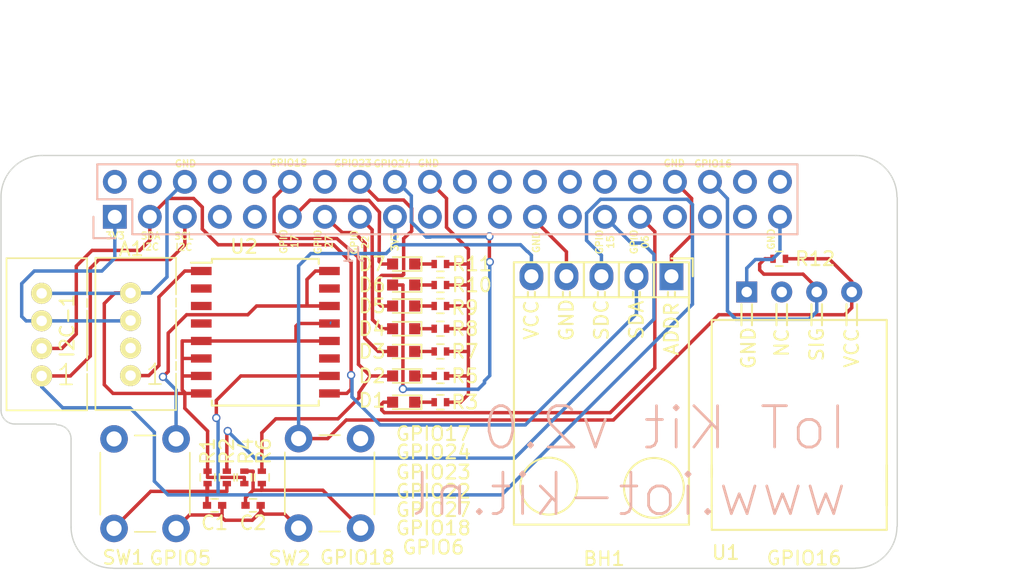
<source format=kicad_pcb>
(kicad_pcb (version 4) (host pcbnew 4.0.7)

  (general
    (links 75)
    (no_connects 0)
    (area 25.7214 16.732 100.252071 59.368762)
    (thickness 1.6)
    (drawings 45)
    (tracks 349)
    (zones 0)
    (modules 31)
    (nets 48)
  )

  (page A4)
  (layers
    (0 F.Cu signal)
    (31 B.Cu signal)
    (32 B.Adhes user)
    (33 F.Adhes user)
    (34 B.Paste user)
    (35 F.Paste user)
    (36 B.SilkS user)
    (37 F.SilkS user)
    (38 B.Mask user)
    (39 F.Mask user)
    (40 Dwgs.User user)
    (41 Cmts.User user)
    (42 Eco1.User user)
    (43 Eco2.User user)
    (44 Edge.Cuts user)
    (45 Margin user)
    (46 B.CrtYd user)
    (47 F.CrtYd user)
    (48 B.Fab user)
    (49 F.Fab user)
  )

  (setup
    (last_trace_width 0.25)
    (user_trace_width 0.01)
    (user_trace_width 0.02)
    (user_trace_width 0.05)
    (user_trace_width 0.1)
    (user_trace_width 0.2)
    (trace_clearance 0.2)
    (zone_clearance 0.508)
    (zone_45_only no)
    (trace_min 0.01)
    (segment_width 0.2)
    (edge_width 0.1)
    (via_size 0.6)
    (via_drill 0.4)
    (via_min_size 0.4)
    (via_min_drill 0.3)
    (uvia_size 0.3)
    (uvia_drill 0.1)
    (uvias_allowed no)
    (uvia_min_size 0.2)
    (uvia_min_drill 0.1)
    (pcb_text_width 0.3)
    (pcb_text_size 1.5 1.5)
    (mod_edge_width 0.15)
    (mod_text_size 1 1)
    (mod_text_width 0.15)
    (pad_size 1.7272 2.032)
    (pad_drill 1.016)
    (pad_to_mask_clearance 0)
    (aux_axis_origin 24.0665 83.82)
    (grid_origin 29.464 47.498)
    (visible_elements 7FFEFF5F)
    (pcbplotparams
      (layerselection 0x3ffff_80000001)
      (usegerberextensions false)
      (excludeedgelayer false)
      (linewidth 0.100000)
      (plotframeref true)
      (viasonmask false)
      (mode 1)
      (useauxorigin false)
      (hpglpennumber 1)
      (hpglpenspeed 20)
      (hpglpendiameter 15)
      (hpglpenoverlay 2)
      (psnegative false)
      (psa4output false)
      (plotreference true)
      (plotvalue true)
      (plotinvisibletext false)
      (padsonsilk false)
      (subtractmaskfromsilk false)
      (outputformat 1)
      (mirror false)
      (drillshape 0)
      (scaleselection 1)
      (outputdirectory Gerber/))
  )

  (net 0 "")
  (net 1 +5V)
  (net 2 GPIO5)
  (net 3 +3V3)
  (net 4 GPIO18)
  (net 5 GPIO6)
  (net 6 GPIO17)
  (net 7 GPIO23)
  (net 8 GPIO16)
  (net 9 GPIO03-SCL1-I2C)
  (net 10 GPIO02-SDA1-I2C)
  (net 11 GPIO27)
  (net 12 GPIO22)
  (net 13 GPIO24)
  (net 14 GNDA)
  (net 15 "Net-(D1-Pad1)")
  (net 16 "Net-(D2-Pad1)")
  (net 17 "Net-(D3-Pad1)")
  (net 18 "Net-(D4-Pad1)")
  (net 19 "Net-(D5-Pad1)")
  (net 20 "Net-(D6-Pad1)")
  (net 21 "Net-(D7-Pad1)")
  (net 22 "Net-(C1-Pad2)")
  (net 23 "Net-(C2-Pad2)")
  (net 24 "Net-(A1-Pad1)")
  (net 25 "Net-(A1-Pad2)")
  (net 26 "Net-(J1-Pad7)")
  (net 27 "Net-(J1-Pad8)")
  (net 28 "Net-(J1-Pad10)")
  (net 29 "Net-(J1-Pad19)")
  (net 30 "Net-(J1-Pad21)")
  (net 31 "Net-(J1-Pad22)")
  (net 32 "Net-(J1-Pad23)")
  (net 33 "Net-(J1-Pad24)")
  (net 34 "Net-(J1-Pad26)")
  (net 35 "Net-(J1-Pad27)")
  (net 36 "Net-(J1-Pad28)")
  (net 37 "Net-(J1-Pad32)")
  (net 38 "Net-(J1-Pad33)")
  (net 39 "Net-(J1-Pad35)")
  (net 40 "Net-(J1-Pad37)")
  (net 41 "Net-(J1-Pad38)")
  (net 42 "Net-(J1-Pad40)")
  (net 43 "Net-(U2-Pad2)")
  (net 44 "Net-(U2-Pad3)")
  (net 45 "Net-(U2-Pad4)")
  (net 46 "Net-(U2-Pad11)")
  (net 47 "Net-(U2-Pad15)")

  (net_class Default "This is the default net class."
    (clearance 0.2)
    (trace_width 0.25)
    (via_dia 0.6)
    (via_drill 0.4)
    (uvia_dia 0.3)
    (uvia_drill 0.1)
    (add_net "Net-(A1-Pad2)")
    (add_net "Net-(J1-Pad10)")
    (add_net "Net-(J1-Pad19)")
    (add_net "Net-(J1-Pad21)")
    (add_net "Net-(J1-Pad22)")
    (add_net "Net-(J1-Pad23)")
    (add_net "Net-(J1-Pad24)")
    (add_net "Net-(J1-Pad26)")
    (add_net "Net-(J1-Pad27)")
    (add_net "Net-(J1-Pad28)")
    (add_net "Net-(J1-Pad32)")
    (add_net "Net-(J1-Pad33)")
    (add_net "Net-(J1-Pad35)")
    (add_net "Net-(J1-Pad37)")
    (add_net "Net-(J1-Pad38)")
    (add_net "Net-(J1-Pad40)")
    (add_net "Net-(J1-Pad7)")
    (add_net "Net-(J1-Pad8)")
    (add_net "Net-(U2-Pad11)")
    (add_net "Net-(U2-Pad15)")
    (add_net "Net-(U2-Pad2)")
    (add_net "Net-(U2-Pad3)")
    (add_net "Net-(U2-Pad4)")
  )

  (net_class IoT ""
    (clearance 0.1)
    (trace_width 0.25)
    (via_dia 0.6)
    (via_drill 0.4)
    (uvia_dia 0.3)
    (uvia_drill 0.1)
    (add_net +3V3)
    (add_net +5V)
    (add_net GNDA)
    (add_net GPIO02-SDA1-I2C)
    (add_net GPIO03-SCL1-I2C)
    (add_net GPIO16)
    (add_net GPIO17)
    (add_net GPIO18)
    (add_net GPIO22)
    (add_net GPIO23)
    (add_net GPIO24)
    (add_net GPIO27)
    (add_net GPIO5)
    (add_net GPIO6)
    (add_net "Net-(A1-Pad1)")
    (add_net "Net-(C1-Pad2)")
    (add_net "Net-(C2-Pad2)")
    (add_net "Net-(D1-Pad1)")
    (add_net "Net-(D2-Pad1)")
    (add_net "Net-(D3-Pad1)")
    (add_net "Net-(D4-Pad1)")
    (add_net "Net-(D5-Pad1)")
    (add_net "Net-(D6-Pad1)")
    (add_net "Net-(D7-Pad1)")
  )

  (module Pin_Headers:Pin_Header_Angled_1x05 (layer F.Cu) (tedit 5950A642) (tstamp 593026F2)
    (at 76.581 36.703 270)
    (descr "Through hole pin header")
    (tags "pin header")
    (path /59302522)
    (fp_text reference BH1 (at 20.5105 4.8895 360) (layer F.SilkS)
      (effects (font (size 1 1) (thickness 0.15)))
    )
    (fp_text value "BH1750 (GY-302)" (at 0 -3.1 270) (layer F.Fab)
      (effects (font (size 1 1) (thickness 0.15)))
    )
    (fp_circle (center 15.24 8.89) (end 16.637 7.366) (layer F.SilkS) (width 0.15))
    (fp_circle (center 15.367 1.27) (end 16.129 -0.762) (layer F.SilkS) (width 0.15))
    (fp_line (start 18.034 11.43) (end 1.397 11.43) (layer F.SilkS) (width 0.15))
    (fp_line (start 18.034 -1.27) (end 18.034 11.43) (layer F.SilkS) (width 0.15))
    (fp_line (start 1.524 -1.27) (end 18.034 -1.27) (layer F.SilkS) (width 0.15))
    (fp_line (start 18.034 -1.27) (end 1.524 -1.27) (layer F.SilkS) (width 0.15))
    (fp_line (start 10.668 -1.778) (end 19.812 -1.778) (layer F.CrtYd) (width 0.05))
    (fp_line (start 19.812 -1.778) (end 19.812 9.525) (layer F.CrtYd) (width 0.05))
    (fp_line (start 19.812 9.525) (end 19.812 11.938) (layer F.CrtYd) (width 0.05))
    (fp_line (start 19.812 11.938) (end 10.668 11.938) (layer F.CrtYd) (width 0.05))
    (fp_text user VCC (at 3.175 10.16 270) (layer F.SilkS)
      (effects (font (size 1 1) (thickness 0.15)))
    )
    (fp_text user GND (at 3.175 7.62 270) (layer F.SilkS)
      (effects (font (size 1 1) (thickness 0.15)))
    )
    (fp_text user SDC (at 3.175 5.08 270) (layer F.SilkS)
      (effects (font (size 1 1) (thickness 0.15)))
    )
    (fp_text user SDA (at 3.175 2.54 270) (layer F.SilkS)
      (effects (font (size 1 1) (thickness 0.15)))
    )
    (fp_text user ADDR (at 3.81 0 270) (layer F.SilkS)
      (effects (font (size 1 1) (thickness 0.15)))
    )
    (fp_line (start -1.5 -1.75) (end -1.5 11.95) (layer F.CrtYd) (width 0.05))
    (fp_line (start -1.5 -1.75) (end 10.65 -1.75) (layer F.CrtYd) (width 0.05))
    (fp_line (start -1.5 11.95) (end 10.65 11.95) (layer F.CrtYd) (width 0.05))
    (fp_line (start -1.3 -1.55) (end -1.3 0) (layer F.SilkS) (width 0.15))
    (fp_line (start 0 -1.55) (end -1.3 -1.55) (layer F.SilkS) (width 0.15))
    (fp_line (start 1.524 -0.254) (end 1.143 -0.254) (layer F.SilkS) (width 0.15))
    (fp_line (start 1.524 0.254) (end 1.143 0.254) (layer F.SilkS) (width 0.15))
    (fp_line (start 1.524 2.286) (end 1.143 2.286) (layer F.SilkS) (width 0.15))
    (fp_line (start 1.524 2.794) (end 1.143 2.794) (layer F.SilkS) (width 0.15))
    (fp_line (start 1.524 4.826) (end 1.143 4.826) (layer F.SilkS) (width 0.15))
    (fp_line (start 1.524 5.334) (end 1.143 5.334) (layer F.SilkS) (width 0.15))
    (fp_line (start 1.524 7.366) (end 1.143 7.366) (layer F.SilkS) (width 0.15))
    (fp_line (start 1.524 7.874) (end 1.143 7.874) (layer F.SilkS) (width 0.15))
    (fp_line (start 1.524 10.414) (end 1.143 10.414) (layer F.SilkS) (width 0.15))
    (fp_line (start 1.524 9.906) (end 1.143 9.906) (layer F.SilkS) (width 0.15))
    (fp_line (start 1.524 1.27) (end 1.524 -1.27) (layer F.SilkS) (width 0.15))
    (fp_line (start -1.016 1.27) (end 1.524 1.27) (layer F.SilkS) (width 0.15))
    (fp_line (start -1.016 -1.27) (end -1.016 1.27) (layer F.SilkS) (width 0.15))
    (fp_line (start -1.016 -1.27) (end 1.524 -1.27) (layer F.SilkS) (width 0.15))
    (fp_line (start -1.016 3.81) (end 1.524 3.81) (layer F.SilkS) (width 0.15))
    (fp_line (start -1.016 3.81) (end -1.016 6.35) (layer F.SilkS) (width 0.15))
    (fp_line (start -1.016 6.35) (end 1.524 6.35) (layer F.SilkS) (width 0.15))
    (fp_line (start 1.524 6.35) (end 1.524 3.81) (layer F.SilkS) (width 0.15))
    (fp_line (start 1.524 3.81) (end 1.524 1.27) (layer F.SilkS) (width 0.15))
    (fp_line (start -1.016 3.81) (end 1.524 3.81) (layer F.SilkS) (width 0.15))
    (fp_line (start -1.016 1.27) (end -1.016 3.81) (layer F.SilkS) (width 0.15))
    (fp_line (start -1.016 1.27) (end 1.524 1.27) (layer F.SilkS) (width 0.15))
    (fp_line (start -1.016 8.89) (end 1.524 8.89) (layer F.SilkS) (width 0.15))
    (fp_line (start -1.016 8.89) (end -1.016 11.43) (layer F.SilkS) (width 0.15))
    (fp_line (start -1.016 11.43) (end 1.524 11.43) (layer F.SilkS) (width 0.15))
    (fp_line (start 1.524 11.43) (end 1.524 8.89) (layer F.SilkS) (width 0.15))
    (fp_line (start 1.524 8.89) (end 1.524 6.35) (layer F.SilkS) (width 0.15))
    (fp_line (start -1.016 8.89) (end 1.524 8.89) (layer F.SilkS) (width 0.15))
    (fp_line (start -1.016 6.35) (end -1.016 8.89) (layer F.SilkS) (width 0.15))
    (fp_line (start -1.016 6.35) (end 1.524 6.35) (layer F.SilkS) (width 0.15))
    (pad 1 thru_hole rect (at 0 0 270) (size 2.032 1.7272) (drill 1.016) (layers *.Cu *.Mask)
      (net 14 GNDA))
    (pad 2 thru_hole oval (at 0 2.54 270) (size 2.032 1.7272) (drill 1.016) (layers *.Cu *.Mask)
      (net 10 GPIO02-SDA1-I2C))
    (pad 3 thru_hole oval (at 0 5.08 270) (size 2.032 1.7272) (drill 1.016) (layers *.Cu *.Mask)
      (net 9 GPIO03-SCL1-I2C))
    (pad 4 thru_hole oval (at 0 7.62 270) (size 2.032 1.7272) (drill 1.016) (layers *.Cu *.Mask)
      (net 14 GNDA))
    (pad 5 thru_hole oval (at 0 10.16 270) (size 2.032 1.7272) (drill 1.016) (layers *.Cu *.Mask)
      (net 3 +3V3))
    (model Pin_Headers.3dshapes/Pin_Header_Angled_1x05.wrl
      (at (xyz 0 -0.2 0))
      (scale (xyz 1 1 1))
      (rotate (xyz 0 0 90))
    )
  )

  (module Pin_Headers:Pin_Header_Straight_2x20 (layer F.Cu) (tedit 5A1949A5) (tstamp 594CFCCC)
    (at 36.195 32.385 90)
    (descr "Through hole pin header")
    (tags "pin header")
    (path /58EB740B)
    (fp_text reference J1 (at -2.7432 17.3228 360) (layer B.SilkS)
      (effects (font (size 1 1) (thickness 0.15)) (justify mirror))
    )
    (fp_text value RPi_GPIO (at 0 -3.1 90) (layer B.Fab)
      (effects (font (size 1 1) (thickness 0.15)) (justify mirror))
    )
    (fp_line (start -1.75 -1.75) (end -1.75 50.05) (layer F.CrtYd) (width 0.05))
    (fp_line (start 4.3 -1.75) (end 4.3 50.05) (layer F.CrtYd) (width 0.05))
    (fp_line (start -1.75 -1.75) (end 4.3 -1.75) (layer F.CrtYd) (width 0.05))
    (fp_line (start -1.75 50.05) (end 4.3 50.05) (layer F.CrtYd) (width 0.05))
    (fp_line (start 3.81 49.53) (end 3.81 -1.27) (layer B.SilkS) (width 0.15))
    (fp_line (start -1.27 1.27) (end -1.27 49.53) (layer B.SilkS) (width 0.15))
    (fp_line (start 3.81 49.53) (end -1.27 49.53) (layer B.SilkS) (width 0.15))
    (fp_line (start 3.81 -1.27) (end 1.27 -1.27) (layer B.SilkS) (width 0.15))
    (fp_line (start 0 -1.55) (end -1.55 -1.55) (layer B.SilkS) (width 0.15))
    (fp_line (start 1.27 -1.27) (end 1.27 1.27) (layer B.SilkS) (width 0.15))
    (fp_line (start 1.27 1.27) (end -1.27 1.27) (layer B.SilkS) (width 0.15))
    (fp_line (start -1.55 -1.55) (end -1.55 0) (layer B.SilkS) (width 0.15))
    (pad 1 thru_hole rect (at 0 0 90) (size 1.7272 1.7272) (drill 1.016) (layers *.Cu *.Mask)
      (net 3 +3V3))
    (pad 2 thru_hole oval (at 2.54 0 90) (size 1.7272 1.7272) (drill 1.016) (layers *.Cu *.Mask)
      (net 1 +5V))
    (pad 3 thru_hole oval (at 0 2.54 90) (size 1.7272 1.7272) (drill 1.016) (layers *.Cu *.Mask)
      (net 10 GPIO02-SDA1-I2C))
    (pad 4 thru_hole oval (at 2.54 2.54 90) (size 1.7272 1.7272) (drill 1.016) (layers *.Cu *.Mask)
      (net 1 +5V))
    (pad 5 thru_hole oval (at 0 5.08 90) (size 1.7272 1.7272) (drill 1.016) (layers *.Cu *.Mask)
      (net 9 GPIO03-SCL1-I2C))
    (pad 6 thru_hole oval (at 2.54 5.08 90) (size 1.7272 1.7272) (drill 1.016) (layers *.Cu *.Mask)
      (net 14 GNDA))
    (pad 7 thru_hole oval (at 0 7.62 90) (size 1.7272 1.7272) (drill 1.016) (layers *.Cu *.Mask)
      (net 26 "Net-(J1-Pad7)"))
    (pad 8 thru_hole oval (at 2.54 7.62 90) (size 1.7272 1.7272) (drill 1.016) (layers *.Cu *.Mask)
      (net 27 "Net-(J1-Pad8)"))
    (pad 9 thru_hole oval (at 0 10.16 90) (size 1.7272 1.7272) (drill 1.016) (layers *.Cu *.Mask)
      (net 14 GNDA))
    (pad 10 thru_hole oval (at 2.54 10.16 90) (size 1.7272 1.7272) (drill 1.016) (layers *.Cu *.Mask)
      (net 28 "Net-(J1-Pad10)"))
    (pad 11 thru_hole oval (at 0 12.7 90) (size 1.7272 1.7272) (drill 1.016) (layers *.Cu *.Mask)
      (net 6 GPIO17))
    (pad 12 thru_hole oval (at 2.54 12.7 90) (size 1.7272 1.7272) (drill 1.016) (layers *.Cu *.Mask)
      (net 4 GPIO18))
    (pad 13 thru_hole oval (at 0 15.24 90) (size 1.7272 1.7272) (drill 1.016) (layers *.Cu *.Mask)
      (net 11 GPIO27))
    (pad 14 thru_hole oval (at 2.54 15.24 90) (size 1.7272 1.7272) (drill 1.016) (layers *.Cu *.Mask)
      (net 14 GNDA))
    (pad 15 thru_hole oval (at 0 17.78 90) (size 1.7272 1.7272) (drill 1.016) (layers *.Cu *.Mask)
      (net 12 GPIO22))
    (pad 16 thru_hole oval (at 2.54 17.78 90) (size 1.7272 1.7272) (drill 1.016) (layers *.Cu *.Mask)
      (net 7 GPIO23))
    (pad 17 thru_hole oval (at 0 20.32 90) (size 1.7272 1.7272) (drill 1.016) (layers *.Cu *.Mask)
      (net 3 +3V3))
    (pad 18 thru_hole oval (at 2.54 20.32 90) (size 1.7272 1.7272) (drill 1.016) (layers *.Cu *.Mask)
      (net 13 GPIO24))
    (pad 19 thru_hole oval (at 0 22.86 90) (size 1.7272 1.7272) (drill 1.016) (layers *.Cu *.Mask)
      (net 29 "Net-(J1-Pad19)"))
    (pad 20 thru_hole oval (at 2.54 22.86 90) (size 1.7272 1.7272) (drill 1.016) (layers *.Cu *.Mask)
      (net 14 GNDA))
    (pad 21 thru_hole oval (at 0 25.4 90) (size 1.7272 1.7272) (drill 1.016) (layers *.Cu *.Mask)
      (net 30 "Net-(J1-Pad21)"))
    (pad 22 thru_hole oval (at 2.54 25.4 90) (size 1.7272 1.7272) (drill 1.016) (layers *.Cu *.Mask)
      (net 31 "Net-(J1-Pad22)"))
    (pad 23 thru_hole oval (at 0 27.94 90) (size 1.7272 1.7272) (drill 1.016) (layers *.Cu *.Mask)
      (net 32 "Net-(J1-Pad23)"))
    (pad 24 thru_hole oval (at 2.54 27.94 90) (size 1.7272 1.7272) (drill 1.016) (layers *.Cu *.Mask)
      (net 33 "Net-(J1-Pad24)"))
    (pad 25 thru_hole oval (at 0 30.48 90) (size 1.7272 1.7272) (drill 1.016) (layers *.Cu *.Mask)
      (net 14 GNDA))
    (pad 26 thru_hole oval (at 2.54 30.48 90) (size 1.7272 1.7272) (drill 1.016) (layers *.Cu *.Mask)
      (net 34 "Net-(J1-Pad26)"))
    (pad 27 thru_hole oval (at 0 33.02 90) (size 1.7272 1.7272) (drill 1.016) (layers *.Cu *.Mask)
      (net 35 "Net-(J1-Pad27)"))
    (pad 28 thru_hole oval (at 2.54 33.02 90) (size 1.7272 1.7272) (drill 1.016) (layers *.Cu *.Mask)
      (net 36 "Net-(J1-Pad28)"))
    (pad 29 thru_hole oval (at 0 35.56 90) (size 1.7272 1.7272) (drill 1.016) (layers *.Cu *.Mask)
      (net 2 GPIO5))
    (pad 30 thru_hole oval (at 2.54 35.56 90) (size 1.7272 1.7272) (drill 1.016) (layers *.Cu *.Mask)
      (net 14 GNDA))
    (pad 31 thru_hole oval (at 0 38.1 90) (size 1.7272 1.7272) (drill 1.016) (layers *.Cu *.Mask)
      (net 5 GPIO6))
    (pad 32 thru_hole oval (at 2.54 38.1 90) (size 1.7272 1.7272) (drill 1.016) (layers *.Cu *.Mask)
      (net 37 "Net-(J1-Pad32)"))
    (pad 33 thru_hole oval (at 0 40.64 90) (size 1.7272 1.7272) (drill 1.016) (layers *.Cu *.Mask)
      (net 38 "Net-(J1-Pad33)"))
    (pad 34 thru_hole oval (at 2.54 40.64 90) (size 1.7272 1.7272) (drill 1.016) (layers *.Cu *.Mask)
      (net 14 GNDA))
    (pad 35 thru_hole oval (at 0 43.18 90) (size 1.7272 1.7272) (drill 1.016) (layers *.Cu *.Mask)
      (net 39 "Net-(J1-Pad35)"))
    (pad 36 thru_hole oval (at 2.54 43.18 90) (size 1.7272 1.7272) (drill 1.016) (layers *.Cu *.Mask)
      (net 8 GPIO16))
    (pad 37 thru_hole oval (at 0 45.72 90) (size 1.7272 1.7272) (drill 1.016) (layers *.Cu *.Mask)
      (net 40 "Net-(J1-Pad37)"))
    (pad 38 thru_hole oval (at 2.54 45.72 90) (size 1.7272 1.7272) (drill 1.016) (layers *.Cu *.Mask)
      (net 41 "Net-(J1-Pad38)"))
    (pad 39 thru_hole oval (at 0 48.26 90) (size 1.7272 1.7272) (drill 1.016) (layers *.Cu *.Mask)
      (net 14 GNDA))
    (pad 40 thru_hole oval (at 2.54 48.26 90) (size 1.7272 1.7272) (drill 1.016) (layers *.Cu *.Mask)
      (net 42 "Net-(J1-Pad40)"))
    (model Pin_Headers.3dshapes/Pin_Header_Straight_2x20.wrl
      (at (xyz 0.05 -0.95 0))
      (scale (xyz 1 1 1))
      (rotate (xyz 0 0 90))
    )
  )

  (module Connectors:Grove_1x04 (layer F.Cu) (tedit 5A16E61D) (tstamp 5939A3A2)
    (at 30.8864 43.942 180)
    (descr https://statics3.seeedstudio.com/images/opl/datasheet/3470130P1.pdf)
    (tags Grove-1x04)
    (path /5939A034)
    (fp_text reference I2C-1 (at -1.8542 3.6322 270) (layer F.SilkS)
      (effects (font (size 1 1) (thickness 0.15)))
    )
    (fp_text value JST-PH-2.0 (at 4.19 2.83 270) (layer F.Fab)
      (effects (font (size 1 1) (thickness 0.15)))
    )
    (fp_line (start -3.45 -2.65) (end -3.45 8.7) (layer F.CrtYd) (width 0.05))
    (fp_line (start -3.45 8.7) (end 2.7 8.7) (layer F.CrtYd) (width 0.05))
    (fp_line (start 2.7 8.7) (end 2.7 -2.65) (layer F.CrtYd) (width 0.05))
    (fp_line (start -3.45 -2.65) (end 2.7 -2.65) (layer F.CrtYd) (width 0.05))
    (fp_line (start -3.3 5) (end -3.3 5.6) (layer F.SilkS) (width 0.12))
    (fp_line (start -3.3 0.4) (end -3.3 1) (layer F.SilkS) (width 0.12))
    (fp_line (start 2.55 -2.5) (end 2.55 8.55) (layer F.SilkS) (width 0.12))
    (fp_line (start -3.3 -2.5) (end 2.55 -2.5) (layer F.SilkS) (width 0.12))
    (fp_line (start -3.3 1.25) (end -3.3 4.75) (layer F.SilkS) (width 0.12))
    (fp_line (start -3.3 8.55) (end 2.55 8.55) (layer F.SilkS) (width 0.12))
    (fp_line (start -3.3 -2.5) (end -3.3 0.15) (layer F.SilkS) (width 0.12))
    (fp_line (start -3.3 5.9) (end -3.3 8.55) (layer F.SilkS) (width 0.12))
    (fp_line (start -2.9 -2.1) (end 2.2 -2.1) (layer F.Fab) (width 0.1))
    (fp_line (start 2.2 -2.1) (end 2.2 8.1) (layer F.Fab) (width 0.1))
    (fp_line (start 2.2 8.1) (end -2.9 8.1) (layer F.Fab) (width 0.1))
    (fp_line (start -2.9 8.1) (end -2.9 -2.1) (layer F.Fab) (width 0.1))
    (fp_text user 1 (at -1.775 0.075 180) (layer F.SilkS)
      (effects (font (size 1.5 1.5) (thickness 0.12)))
    )
    (pad 1 thru_hole circle (at 0 0 180) (size 1.524 1.524) (drill 0.762) (layers *.Cu *.Mask F.SilkS)
      (net 9 GPIO03-SCL1-I2C))
    (pad 2 thru_hole circle (at 0 2 180) (size 1.524 1.524) (drill 0.762) (layers *.Cu *.Mask F.SilkS)
      (net 10 GPIO02-SDA1-I2C))
    (pad 3 thru_hole circle (at 0 4 180) (size 1.524 1.524) (drill 0.762) (layers *.Cu *.Mask F.SilkS)
      (net 3 +3V3))
    (pad 4 thru_hole circle (at 0 6 180) (size 1.524 1.524) (drill 0.762) (layers *.Cu *.Mask F.SilkS)
      (net 14 GNDA))
    (model Connectors.3dshapes/Grove_1x04.wrl
      (at (xyz 0 0 0))
      (scale (xyz 0.3937 0.3937 0.3937))
      (rotate (xyz 0 0 -90))
    )
  )

  (module Buzzers_Beepers:DHT11 (layer F.Cu) (tedit 5A0AB185) (tstamp 594CFDB3)
    (at 79.502 35.306)
    (path /58F3504B)
    (fp_text reference U1 (at 1.016 21.463) (layer F.SilkS)
      (effects (font (size 1 1) (thickness 0.15)))
    )
    (fp_text value DHT11 (at 0 -0.5) (layer F.Fab)
      (effects (font (size 1 1) (thickness 0.15)))
    )
    (fp_line (start 10.541 3.429) (end 10.541 4.953) (layer F.SilkS) (width 0.15))
    (fp_line (start 9.779 3.429) (end 9.779 4.953) (layer F.SilkS) (width 0.15))
    (fp_line (start 8.001 3.429) (end 8.001 4.953) (layer F.SilkS) (width 0.15))
    (fp_line (start 7.239 3.429) (end 7.239 4.953) (layer F.SilkS) (width 0.15))
    (fp_line (start 5.461 3.429) (end 5.461 4.953) (layer F.SilkS) (width 0.15))
    (fp_line (start 4.699 3.429) (end 4.699 4.953) (layer F.SilkS) (width 0.15))
    (fp_line (start 2.921 3.429) (end 2.921 4.953) (layer F.SilkS) (width 0.15))
    (fp_line (start 2.159 3.429) (end 2.159 4.953) (layer F.SilkS) (width 0.15))
    (fp_text user SIG (at 7.62 6.35 90) (layer F.SilkS)
      (effects (font (size 1 1) (thickness 0.15)))
    )
    (fp_line (start 12.7 16.256) (end 12.7 4.572) (layer F.SilkS) (width 0.15))
    (fp_line (start 0 16.002) (end 0 4.572) (layer F.SilkS) (width 0.15))
    (fp_text user NC (at 5.08 6.223 90) (layer F.SilkS)
      (effects (font (size 1 1) (thickness 0.15)))
    )
    (fp_text user VCC (at 10.16 6.604 90) (layer F.SilkS)
      (effects (font (size 1 1) (thickness 0.15)))
    )
    (fp_text user GND (at 2.667 6.604 90) (layer F.SilkS)
      (effects (font (size 1 1) (thickness 0.15)))
    )
    (fp_line (start 0 18.034) (end 0 19.685) (layer F.SilkS) (width 0.15))
    (fp_line (start 12.7 18.034) (end 12.7 19.812) (layer F.SilkS) (width 0.15))
    (fp_line (start 0 15.113) (end 0 15.748) (layer F.SilkS) (width 0.15))
    (fp_line (start 0 15.367) (end 0 18.034) (layer F.SilkS) (width 0.15))
    (fp_line (start 12.7 15.113) (end 12.7 18.034) (layer F.SilkS) (width 0.15))
    (fp_line (start 12.7 18.034) (end 12.7 15.113) (layer F.SilkS) (width 0.15))
    (fp_line (start 12.7 15.113) (end 12.7 18.034) (layer F.SilkS) (width 0.15))
    (fp_line (start 0 4.572) (end 12.7 4.572) (layer F.SilkS) (width 0.15))
    (fp_line (start 12.7 19.812) (end 0 19.812) (layer F.SilkS) (width 0.15))
    (pad 1 thru_hole rect (at 2.54 2.54) (size 1.524 1.524) (drill 0.762) (layers *.Cu *.Mask)
      (net 14 GNDA))
    (pad 2 thru_hole circle (at 5.08 2.54) (size 1.524 1.524) (drill 0.762) (layers *.Cu *.Mask))
    (pad 3 thru_hole circle (at 7.62 2.54) (size 1.524 1.524) (drill 0.762) (layers *.Cu *.Mask)
      (net 8 GPIO16))
    (pad 4 thru_hole circle (at 10.16 2.54) (size 1.524 1.524) (drill 0.762) (layers *.Cu *.Mask)
      (net 3 +3V3))
  )

  (module RPi_Hat:RPi_Hat_Mounting_Hole locked (layer F.Cu) (tedit 55217C7B) (tstamp 5515DEA9)
    (at 89.44 31.432)
    (descr "Mounting hole, Befestigungsbohrung, 2,7mm, No Annular, Kein Restring,")
    (tags "Mounting hole, Befestigungsbohrung, 2,7mm, No Annular, Kein Restring,")
    (fp_text reference "" (at 0 -4.0005) (layer F.SilkS) hide
      (effects (font (size 1 1) (thickness 0.15)))
    )
    (fp_text value "" (at 0.09906 3.59918) (layer F.Fab) hide
      (effects (font (size 1 1) (thickness 0.15)))
    )
    (fp_circle (center 0 0) (end 1.375 0) (layer F.Fab) (width 0.15))
    (fp_circle (center 0 0) (end 3.1 0) (layer F.Fab) (width 0.15))
    (fp_circle (center 0 0) (end 3.1 0) (layer B.Fab) (width 0.15))
    (fp_circle (center 0 0) (end 1.375 0) (layer B.Fab) (width 0.15))
    (fp_circle (center 0 0) (end 3.1 0) (layer F.CrtYd) (width 0.15))
    (fp_circle (center 0 0) (end 3.1 0) (layer B.CrtYd) (width 0.15))
    (pad "" np_thru_hole circle (at 0 0) (size 2.75 2.75) (drill 2.75) (layers *.Cu *.Mask)
      (solder_mask_margin 1.725) (clearance 1.725))
  )

  (module Housings_SOIC:SOIC-16W_7.5x10.3mm_Pitch1.27mm (layer F.Cu) (tedit 5A19CAB3) (tstamp 594CFFE6)
    (at 47.117 40.767)
    (descr "16-Lead Plastic Small Outline (SO) - Wide, 7.50 mm Body [SOIC] (see Microchip Packaging Specification 00000049BS.pdf)")
    (tags "SOIC 1.27")
    (path /58FE206C)
    (attr smd)
    (fp_text reference U2 (at -1.5494 -6.223) (layer F.SilkS)
      (effects (font (size 1 1) (thickness 0.15)))
    )
    (fp_text value PCF8591T (at 0 6.25) (layer F.Fab)
      (effects (font (size 1 1) (thickness 0.15)))
    )
    (fp_text user %R (at 0 0 180) (layer F.Fab)
      (effects (font (size 1 1) (thickness 0.15)))
    )
    (fp_line (start -2.75 -5.15) (end 3.75 -5.15) (layer F.Fab) (width 0.15))
    (fp_line (start 3.75 -5.15) (end 3.75 5.15) (layer F.Fab) (width 0.15))
    (fp_line (start 3.75 5.15) (end -3.75 5.15) (layer F.Fab) (width 0.15))
    (fp_line (start -3.75 5.15) (end -3.75 -4.15) (layer F.Fab) (width 0.15))
    (fp_line (start -3.75 -4.15) (end -2.75 -5.15) (layer F.Fab) (width 0.15))
    (fp_line (start -5.65 -5.5) (end -5.65 5.5) (layer F.CrtYd) (width 0.05))
    (fp_line (start 5.65 -5.5) (end 5.65 5.5) (layer F.CrtYd) (width 0.05))
    (fp_line (start -5.65 -5.5) (end 5.65 -5.5) (layer F.CrtYd) (width 0.05))
    (fp_line (start -5.65 5.5) (end 5.65 5.5) (layer F.CrtYd) (width 0.05))
    (fp_line (start -3.875 -5.325) (end -3.875 -5.05) (layer F.SilkS) (width 0.15))
    (fp_line (start 3.875 -5.325) (end 3.875 -4.97) (layer F.SilkS) (width 0.15))
    (fp_line (start 3.875 5.325) (end 3.875 4.97) (layer F.SilkS) (width 0.15))
    (fp_line (start -3.875 5.325) (end -3.875 4.97) (layer F.SilkS) (width 0.15))
    (fp_line (start -3.875 -5.325) (end 3.875 -5.325) (layer F.SilkS) (width 0.15))
    (fp_line (start -3.875 5.325) (end 3.875 5.325) (layer F.SilkS) (width 0.15))
    (fp_line (start -3.875 -5.05) (end -5.4 -5.05) (layer F.SilkS) (width 0.15))
    (pad 1 smd rect (at -4.65 -4.445) (size 1.5 0.6) (layers F.Cu F.Paste F.Mask)
      (net 24 "Net-(A1-Pad1)"))
    (pad 2 smd rect (at -4.65 -3.175) (size 1.5 0.6) (layers F.Cu F.Paste F.Mask)
      (net 43 "Net-(U2-Pad2)"))
    (pad 3 smd rect (at -4.65 -1.905) (size 1.5 0.6) (layers F.Cu F.Paste F.Mask)
      (net 44 "Net-(U2-Pad3)"))
    (pad 4 smd rect (at -4.65 -0.635) (size 1.5 0.6) (layers F.Cu F.Paste F.Mask)
      (net 45 "Net-(U2-Pad4)"))
    (pad 5 smd rect (at -4.65 0.635) (size 1.5 0.6) (layers F.Cu F.Paste F.Mask)
      (net 14 GNDA))
    (pad 6 smd rect (at -4.65 1.905) (size 1.5 0.6) (layers F.Cu F.Paste F.Mask)
      (net 14 GNDA))
    (pad 7 smd rect (at -4.65 3.175) (size 1.5 0.6) (layers F.Cu F.Paste F.Mask)
      (net 14 GNDA))
    (pad 8 smd rect (at -4.65 4.445) (size 1.5 0.6) (layers F.Cu F.Paste F.Mask)
      (net 14 GNDA))
    (pad 9 smd rect (at 4.65 4.445) (size 1.5 0.6) (layers F.Cu F.Paste F.Mask)
      (net 10 GPIO02-SDA1-I2C))
    (pad 10 smd rect (at 4.65 3.175) (size 1.5 0.6) (layers F.Cu F.Paste F.Mask)
      (net 9 GPIO03-SCL1-I2C))
    (pad 11 smd rect (at 4.65 1.905) (size 1.5 0.6) (layers F.Cu F.Paste F.Mask)
      (net 46 "Net-(U2-Pad11)"))
    (pad 12 smd rect (at 4.65 0.635) (size 1.5 0.6) (layers F.Cu F.Paste F.Mask)
      (net 14 GNDA))
    (pad 13 smd rect (at 4.65 -0.635) (size 1.5 0.6) (layers F.Cu F.Paste F.Mask)
      (net 14 GNDA))
    (pad 14 smd rect (at 4.65 -1.905) (size 1.5 0.6) (layers F.Cu F.Paste F.Mask)
      (net 3 +3V3))
    (pad 15 smd rect (at 4.65 -3.175) (size 1.5 0.6) (layers F.Cu F.Paste F.Mask)
      (net 47 "Net-(U2-Pad15)"))
    (pad 16 smd rect (at 4.65 -4.445) (size 1.5 0.6) (layers F.Cu F.Paste F.Mask)
      (net 3 +3V3))
    (model "/Library/Application Support/kicad/packages3d/Housings_SOIC.3dshapes/SOIC-16W_7.5x10.3mm_Pitch1.27mm.wrl"
      (at (xyz 0 0 0))
      (scale (xyz 1 1 1))
      (rotate (xyz 0 0 0))
    )
  )

  (module RPi_Hat:RPi_Hat_Mounting_Hole locked (layer F.Cu) (tedit 55217CA2) (tstamp 5515DEBF)
    (at 31.44 31.432)
    (descr "Mounting hole, Befestigungsbohrung, 2,7mm, No Annular, Kein Restring,")
    (tags "Mounting hole, Befestigungsbohrung, 2,7mm, No Annular, Kein Restring,")
    (fp_text reference "" (at 0 -4.0005) (layer F.SilkS) hide
      (effects (font (size 1 1) (thickness 0.15)))
    )
    (fp_text value "" (at 0.09906 3.59918) (layer F.Fab) hide
      (effects (font (size 1 1) (thickness 0.15)))
    )
    (fp_circle (center 0 0) (end 1.375 0) (layer F.Fab) (width 0.15))
    (fp_circle (center 0 0) (end 3.1 0) (layer F.Fab) (width 0.15))
    (fp_circle (center 0 0) (end 3.1 0) (layer B.Fab) (width 0.15))
    (fp_circle (center 0 0) (end 1.375 0) (layer B.Fab) (width 0.15))
    (fp_circle (center 0 0) (end 3.1 0) (layer F.CrtYd) (width 0.15))
    (fp_circle (center 0 0) (end 3.1 0) (layer B.CrtYd) (width 0.15))
    (pad "" np_thru_hole circle (at 0 0) (size 2.75 2.75) (drill 2.75) (layers *.Cu *.Mask)
      (solder_mask_margin 1.725) (clearance 1.725))
  )

  (module Buttons_Switches_THT:SW_PUSH_6mm_h9.5mm (layer F.Cu) (tedit 5A0AAB71) (tstamp 58F323D1)
    (at 40.64 48.514 270)
    (descr "tactile push button, 6x6mm e.g. PHAP33xx series, height=9.5mm")
    (tags "tact sw push 6mm")
    (path /58F320AE)
    (fp_text reference SW1 (at 8.6106 3.81 360) (layer F.SilkS)
      (effects (font (size 1 1) (thickness 0.15)))
    )
    (fp_text value "SW_Push: JT 0102" (at 3.75 6.7 270) (layer F.Fab)
      (effects (font (size 1 1) (thickness 0.15)))
    )
    (fp_line (start 3.25 -0.75) (end 6.25 -0.75) (layer F.Fab) (width 0.1))
    (fp_line (start 6.25 -0.75) (end 6.25 5.25) (layer F.Fab) (width 0.1))
    (fp_line (start 6.25 5.25) (end 0.25 5.25) (layer F.Fab) (width 0.1))
    (fp_line (start 0.25 5.25) (end 0.25 -0.75) (layer F.Fab) (width 0.1))
    (fp_line (start 0.25 -0.75) (end 3.25 -0.75) (layer F.Fab) (width 0.1))
    (fp_line (start 7.75 6) (end 8 6) (layer F.CrtYd) (width 0.05))
    (fp_line (start 8 6) (end 8 5.75) (layer F.CrtYd) (width 0.05))
    (fp_line (start 7.75 -1.5) (end 8 -1.5) (layer F.CrtYd) (width 0.05))
    (fp_line (start 8 -1.5) (end 8 -1.25) (layer F.CrtYd) (width 0.05))
    (fp_line (start -1.5 -1.25) (end -1.5 -1.5) (layer F.CrtYd) (width 0.05))
    (fp_line (start -1.5 -1.5) (end -1.25 -1.5) (layer F.CrtYd) (width 0.05))
    (fp_line (start -1.5 5.75) (end -1.5 6) (layer F.CrtYd) (width 0.05))
    (fp_line (start -1.5 6) (end -1.25 6) (layer F.CrtYd) (width 0.05))
    (fp_line (start -1.25 -1.5) (end 7.75 -1.5) (layer F.CrtYd) (width 0.05))
    (fp_line (start -1.5 5.75) (end -1.5 -1.25) (layer F.CrtYd) (width 0.05))
    (fp_line (start 7.75 6) (end -1.25 6) (layer F.CrtYd) (width 0.05))
    (fp_line (start 8 -1.25) (end 8 5.75) (layer F.CrtYd) (width 0.05))
    (fp_line (start 1 5.5) (end 5.5 5.5) (layer F.SilkS) (width 0.12))
    (fp_line (start -0.25 1.5) (end -0.25 3) (layer F.SilkS) (width 0.12))
    (fp_line (start 5.5 -1) (end 1 -1) (layer F.SilkS) (width 0.12))
    (fp_line (start 6.75 3) (end 6.75 1.5) (layer F.SilkS) (width 0.12))
    (fp_circle (center 3.25 2.25) (end 1.25 2.5) (layer F.Fab) (width 0.1))
    (pad 2 thru_hole circle (at 0 4.5) (size 2 2) (drill 1.1) (layers *.Cu *.Mask)
      (net 22 "Net-(C1-Pad2)"))
    (pad 1 thru_hole circle (at 0 0) (size 2 2) (drill 1.1) (layers *.Cu *.Mask)
      (net 3 +3V3))
    (pad 2 thru_hole circle (at 6.5 4.5) (size 2 2) (drill 1.1) (layers *.Cu *.Mask)
      (net 22 "Net-(C1-Pad2)"))
    (pad 1 thru_hole circle (at 6.5 0) (size 2 2) (drill 1.1) (layers *.Cu *.Mask)
      (net 3 +3V3))
    (model Buttons_Switches_THT.3dshapes/SW_PUSH_6mm_h9.5mm.wrl
      (at (xyz 0.005 0 0))
      (scale (xyz 0.3937 0.3937 0.3937))
      (rotate (xyz 0 0 0))
    )
  )

  (module Buttons_Switches_THT:SW_PUSH_6mm_h9.5mm (layer F.Cu) (tedit 5A0AAB94) (tstamp 58F323EF)
    (at 49.53 54.991 90)
    (descr "tactile push button, 6x6mm e.g. PHAP33xx series, height=9.5mm")
    (tags "tact sw push 6mm")
    (path /58F32243)
    (fp_text reference SW2 (at -2.1844 -0.6604 180) (layer F.SilkS)
      (effects (font (size 1 1) (thickness 0.15)))
    )
    (fp_text value "SW_Push: JT 0102" (at 3.75 6.7 90) (layer F.Fab)
      (effects (font (size 1 1) (thickness 0.15)))
    )
    (fp_line (start 3.25 -0.75) (end 6.25 -0.75) (layer F.Fab) (width 0.1))
    (fp_line (start 6.25 -0.75) (end 6.25 5.25) (layer F.Fab) (width 0.1))
    (fp_line (start 6.25 5.25) (end 0.25 5.25) (layer F.Fab) (width 0.1))
    (fp_line (start 0.25 5.25) (end 0.25 -0.75) (layer F.Fab) (width 0.1))
    (fp_line (start 0.25 -0.75) (end 3.25 -0.75) (layer F.Fab) (width 0.1))
    (fp_line (start 7.75 6) (end 8 6) (layer F.CrtYd) (width 0.05))
    (fp_line (start 8 6) (end 8 5.75) (layer F.CrtYd) (width 0.05))
    (fp_line (start 7.75 -1.5) (end 8 -1.5) (layer F.CrtYd) (width 0.05))
    (fp_line (start 8 -1.5) (end 8 -1.25) (layer F.CrtYd) (width 0.05))
    (fp_line (start -1.5 -1.25) (end -1.5 -1.5) (layer F.CrtYd) (width 0.05))
    (fp_line (start -1.5 -1.5) (end -1.25 -1.5) (layer F.CrtYd) (width 0.05))
    (fp_line (start -1.5 5.75) (end -1.5 6) (layer F.CrtYd) (width 0.05))
    (fp_line (start -1.5 6) (end -1.25 6) (layer F.CrtYd) (width 0.05))
    (fp_line (start -1.25 -1.5) (end 7.75 -1.5) (layer F.CrtYd) (width 0.05))
    (fp_line (start -1.5 5.75) (end -1.5 -1.25) (layer F.CrtYd) (width 0.05))
    (fp_line (start 7.75 6) (end -1.25 6) (layer F.CrtYd) (width 0.05))
    (fp_line (start 8 -1.25) (end 8 5.75) (layer F.CrtYd) (width 0.05))
    (fp_line (start 1 5.5) (end 5.5 5.5) (layer F.SilkS) (width 0.12))
    (fp_line (start -0.25 1.5) (end -0.25 3) (layer F.SilkS) (width 0.12))
    (fp_line (start 5.5 -1) (end 1 -1) (layer F.SilkS) (width 0.12))
    (fp_line (start 6.75 3) (end 6.75 1.5) (layer F.SilkS) (width 0.12))
    (fp_circle (center 3.25 2.25) (end 1.25 2.5) (layer F.Fab) (width 0.1))
    (pad 2 thru_hole circle (at 0 4.5 180) (size 2 2) (drill 1.1) (layers *.Cu *.Mask)
      (net 23 "Net-(C2-Pad2)"))
    (pad 1 thru_hole circle (at 0 0 180) (size 2 2) (drill 1.1) (layers *.Cu *.Mask)
      (net 3 +3V3))
    (pad 2 thru_hole circle (at 6.5 4.5 180) (size 2 2) (drill 1.1) (layers *.Cu *.Mask)
      (net 23 "Net-(C2-Pad2)"))
    (pad 1 thru_hole circle (at 6.5 0 180) (size 2 2) (drill 1.1) (layers *.Cu *.Mask)
      (net 3 +3V3))
    (model Buttons_Switches_THT.3dshapes/SW_PUSH_6mm_h9.5mm.wrl
      (at (xyz 0.005 0 0))
      (scale (xyz 0.3937 0.3937 0.3937))
      (rotate (xyz 0 0 0))
    )
  )

  (module Capacitors_SMD:C_0402 (layer F.Cu) (tedit 58AA841A) (tstamp 594FC1B0)
    (at 43.434 53.34 180)
    (descr "Capacitor SMD 0402, reflow soldering, AVX (see smccp.pdf)")
    (tags "capacitor 0402")
    (path /593A5109)
    (attr smd)
    (fp_text reference C1 (at 0 -1.27 180) (layer F.SilkS)
      (effects (font (size 1 1) (thickness 0.15)))
    )
    (fp_text value 47nF (at 0 1.27 180) (layer F.Fab)
      (effects (font (size 1 1) (thickness 0.15)))
    )
    (fp_text user %R (at 0 -1.27 180) (layer F.Fab)
      (effects (font (size 1 1) (thickness 0.15)))
    )
    (fp_line (start -0.5 0.25) (end -0.5 -0.25) (layer F.Fab) (width 0.1))
    (fp_line (start 0.5 0.25) (end -0.5 0.25) (layer F.Fab) (width 0.1))
    (fp_line (start 0.5 -0.25) (end 0.5 0.25) (layer F.Fab) (width 0.1))
    (fp_line (start -0.5 -0.25) (end 0.5 -0.25) (layer F.Fab) (width 0.1))
    (fp_line (start 0.25 -0.47) (end -0.25 -0.47) (layer F.SilkS) (width 0.12))
    (fp_line (start -0.25 0.47) (end 0.25 0.47) (layer F.SilkS) (width 0.12))
    (fp_line (start -1 -0.4) (end 1 -0.4) (layer F.CrtYd) (width 0.05))
    (fp_line (start -1 -0.4) (end -1 0.4) (layer F.CrtYd) (width 0.05))
    (fp_line (start 1 0.4) (end 1 -0.4) (layer F.CrtYd) (width 0.05))
    (fp_line (start 1 0.4) (end -1 0.4) (layer F.CrtYd) (width 0.05))
    (pad 1 smd rect (at -0.55 0 180) (size 0.6 0.5) (layers F.Cu F.Paste F.Mask)
      (net 3 +3V3))
    (pad 2 smd rect (at 0.55 0 180) (size 0.6 0.5) (layers F.Cu F.Paste F.Mask)
      (net 22 "Net-(C1-Pad2)"))
    (model Capacitors_SMD.3dshapes/C_0402.wrl
      (at (xyz 0 0 0))
      (scale (xyz 1 1 1))
      (rotate (xyz 0 0 0))
    )
  )

  (module Capacitors_SMD:C_0402 (layer F.Cu) (tedit 58AA841A) (tstamp 594FC1C0)
    (at 46.228 53.34 180)
    (descr "Capacitor SMD 0402, reflow soldering, AVX (see smccp.pdf)")
    (tags "capacitor 0402")
    (path /593A51FC)
    (attr smd)
    (fp_text reference C2 (at 0 -1.27 180) (layer F.SilkS)
      (effects (font (size 1 1) (thickness 0.15)))
    )
    (fp_text value 47nF (at 0 1.27 180) (layer F.Fab)
      (effects (font (size 1 1) (thickness 0.15)))
    )
    (fp_text user %R (at 0 -1.27 180) (layer F.Fab)
      (effects (font (size 1 1) (thickness 0.15)))
    )
    (fp_line (start -0.5 0.25) (end -0.5 -0.25) (layer F.Fab) (width 0.1))
    (fp_line (start 0.5 0.25) (end -0.5 0.25) (layer F.Fab) (width 0.1))
    (fp_line (start 0.5 -0.25) (end 0.5 0.25) (layer F.Fab) (width 0.1))
    (fp_line (start -0.5 -0.25) (end 0.5 -0.25) (layer F.Fab) (width 0.1))
    (fp_line (start 0.25 -0.47) (end -0.25 -0.47) (layer F.SilkS) (width 0.12))
    (fp_line (start -0.25 0.47) (end 0.25 0.47) (layer F.SilkS) (width 0.12))
    (fp_line (start -1 -0.4) (end 1 -0.4) (layer F.CrtYd) (width 0.05))
    (fp_line (start -1 -0.4) (end -1 0.4) (layer F.CrtYd) (width 0.05))
    (fp_line (start 1 0.4) (end 1 -0.4) (layer F.CrtYd) (width 0.05))
    (fp_line (start 1 0.4) (end -1 0.4) (layer F.CrtYd) (width 0.05))
    (pad 1 smd rect (at -0.55 0 180) (size 0.6 0.5) (layers F.Cu F.Paste F.Mask)
      (net 3 +3V3))
    (pad 2 smd rect (at 0.55 0 180) (size 0.6 0.5) (layers F.Cu F.Paste F.Mask)
      (net 23 "Net-(C2-Pad2)"))
    (model Capacitors_SMD.3dshapes/C_0402.wrl
      (at (xyz 0 0 0))
      (scale (xyz 1 1 1))
      (rotate (xyz 0 0 0))
    )
  )

  (module LEDs:LED_0603 (layer F.Cu) (tedit 594FC615) (tstamp 594FC1D0)
    (at 57.15 45.847 180)
    (descr "LED 0603 smd package")
    (tags "LED led 0603 SMD smd SMT smt smdled SMDLED smtled SMTLED")
    (path /58F3465B)
    (attr smd)
    (fp_text reference D1 (at 2.286 0.127 180) (layer F.SilkS)
      (effects (font (size 1 1) (thickness 0.15)))
    )
    (fp_text value "LED 6 Yellow" (at 0 1.35 180) (layer F.Fab)
      (effects (font (size 1 1) (thickness 0.15)))
    )
    (fp_line (start -1.3 -0.5) (end -1.3 0.5) (layer F.SilkS) (width 0.12))
    (fp_line (start -0.2 -0.2) (end -0.2 0.2) (layer F.Fab) (width 0.1))
    (fp_line (start -0.15 0) (end 0.15 -0.2) (layer F.Fab) (width 0.1))
    (fp_line (start 0.15 0.2) (end -0.15 0) (layer F.Fab) (width 0.1))
    (fp_line (start 0.15 -0.2) (end 0.15 0.2) (layer F.Fab) (width 0.1))
    (fp_line (start 0.8 0.4) (end -0.8 0.4) (layer F.Fab) (width 0.1))
    (fp_line (start 0.8 -0.4) (end 0.8 0.4) (layer F.Fab) (width 0.1))
    (fp_line (start -0.8 -0.4) (end 0.8 -0.4) (layer F.Fab) (width 0.1))
    (fp_line (start -0.8 0.4) (end -0.8 -0.4) (layer F.Fab) (width 0.1))
    (fp_line (start -1.3 0.5) (end 0.8 0.5) (layer F.SilkS) (width 0.12))
    (fp_line (start -1.3 -0.5) (end 0.8 -0.5) (layer F.SilkS) (width 0.12))
    (fp_line (start 1.45 -0.65) (end 1.45 0.65) (layer F.CrtYd) (width 0.05))
    (fp_line (start 1.45 0.65) (end -1.45 0.65) (layer F.CrtYd) (width 0.05))
    (fp_line (start -1.45 0.65) (end -1.45 -0.65) (layer F.CrtYd) (width 0.05))
    (fp_line (start -1.45 -0.65) (end 1.45 -0.65) (layer F.CrtYd) (width 0.05))
    (pad 2 smd rect (at 0.8 0) (size 0.8 0.8) (layers F.Cu F.Paste F.Mask)
      (net 5 GPIO6))
    (pad 1 smd rect (at -0.8 0) (size 0.8 0.8) (layers F.Cu F.Paste F.Mask)
      (net 15 "Net-(D1-Pad1)"))
    (model LEDs.3dshapes/LED_0603.wrl
      (at (xyz 0 0 0))
      (scale (xyz 1 1 1))
      (rotate (xyz 0 0 180))
    )
  )

  (module LEDs:LED_0603 (layer F.Cu) (tedit 594FC619) (tstamp 594FC1E4)
    (at 57.15 43.942 180)
    (descr "LED 0603 smd package")
    (tags "LED led 0603 SMD smd SMT smt smdled SMDLED smtled SMTLED")
    (path /58F34A2E)
    (attr smd)
    (fp_text reference D2 (at 2.286 0 180) (layer F.SilkS)
      (effects (font (size 1 1) (thickness 0.15)))
    )
    (fp_text value "LED 18 Red" (at 0 1.35 180) (layer F.Fab)
      (effects (font (size 1 1) (thickness 0.15)))
    )
    (fp_line (start -1.3 -0.5) (end -1.3 0.5) (layer F.SilkS) (width 0.12))
    (fp_line (start -0.2 -0.2) (end -0.2 0.2) (layer F.Fab) (width 0.1))
    (fp_line (start -0.15 0) (end 0.15 -0.2) (layer F.Fab) (width 0.1))
    (fp_line (start 0.15 0.2) (end -0.15 0) (layer F.Fab) (width 0.1))
    (fp_line (start 0.15 -0.2) (end 0.15 0.2) (layer F.Fab) (width 0.1))
    (fp_line (start 0.8 0.4) (end -0.8 0.4) (layer F.Fab) (width 0.1))
    (fp_line (start 0.8 -0.4) (end 0.8 0.4) (layer F.Fab) (width 0.1))
    (fp_line (start -0.8 -0.4) (end 0.8 -0.4) (layer F.Fab) (width 0.1))
    (fp_line (start -0.8 0.4) (end -0.8 -0.4) (layer F.Fab) (width 0.1))
    (fp_line (start -1.3 0.5) (end 0.8 0.5) (layer F.SilkS) (width 0.12))
    (fp_line (start -1.3 -0.5) (end 0.8 -0.5) (layer F.SilkS) (width 0.12))
    (fp_line (start 1.45 -0.65) (end 1.45 0.65) (layer F.CrtYd) (width 0.05))
    (fp_line (start 1.45 0.65) (end -1.45 0.65) (layer F.CrtYd) (width 0.05))
    (fp_line (start -1.45 0.65) (end -1.45 -0.65) (layer F.CrtYd) (width 0.05))
    (fp_line (start -1.45 -0.65) (end 1.45 -0.65) (layer F.CrtYd) (width 0.05))
    (pad 2 smd rect (at 0.8 0) (size 0.8 0.8) (layers F.Cu F.Paste F.Mask)
      (net 4 GPIO18))
    (pad 1 smd rect (at -0.8 0) (size 0.8 0.8) (layers F.Cu F.Paste F.Mask)
      (net 16 "Net-(D2-Pad1)"))
    (model LEDs.3dshapes/LED_0603.wrl
      (at (xyz 0 0 0))
      (scale (xyz 1 1 1))
      (rotate (xyz 0 0 180))
    )
  )

  (module LEDs:LED_0603 (layer F.Cu) (tedit 594FC623) (tstamp 594FC1F8)
    (at 57.15 42.164 180)
    (descr "LED 0603 smd package")
    (tags "LED led 0603 SMD smd SMT smt smdled SMDLED smtled SMTLED")
    (path /58F34AEB)
    (attr smd)
    (fp_text reference D3 (at 2.286 0 180) (layer F.SilkS)
      (effects (font (size 1 1) (thickness 0.15)))
    )
    (fp_text value "LED 27 Red" (at 0 1.35 180) (layer F.Fab)
      (effects (font (size 1 1) (thickness 0.15)))
    )
    (fp_line (start -1.3 -0.5) (end -1.3 0.5) (layer F.SilkS) (width 0.12))
    (fp_line (start -0.2 -0.2) (end -0.2 0.2) (layer F.Fab) (width 0.1))
    (fp_line (start -0.15 0) (end 0.15 -0.2) (layer F.Fab) (width 0.1))
    (fp_line (start 0.15 0.2) (end -0.15 0) (layer F.Fab) (width 0.1))
    (fp_line (start 0.15 -0.2) (end 0.15 0.2) (layer F.Fab) (width 0.1))
    (fp_line (start 0.8 0.4) (end -0.8 0.4) (layer F.Fab) (width 0.1))
    (fp_line (start 0.8 -0.4) (end 0.8 0.4) (layer F.Fab) (width 0.1))
    (fp_line (start -0.8 -0.4) (end 0.8 -0.4) (layer F.Fab) (width 0.1))
    (fp_line (start -0.8 0.4) (end -0.8 -0.4) (layer F.Fab) (width 0.1))
    (fp_line (start -1.3 0.5) (end 0.8 0.5) (layer F.SilkS) (width 0.12))
    (fp_line (start -1.3 -0.5) (end 0.8 -0.5) (layer F.SilkS) (width 0.12))
    (fp_line (start 1.45 -0.65) (end 1.45 0.65) (layer F.CrtYd) (width 0.05))
    (fp_line (start 1.45 0.65) (end -1.45 0.65) (layer F.CrtYd) (width 0.05))
    (fp_line (start -1.45 0.65) (end -1.45 -0.65) (layer F.CrtYd) (width 0.05))
    (fp_line (start -1.45 -0.65) (end 1.45 -0.65) (layer F.CrtYd) (width 0.05))
    (pad 2 smd rect (at 0.8 0) (size 0.8 0.8) (layers F.Cu F.Paste F.Mask)
      (net 11 GPIO27))
    (pad 1 smd rect (at -0.8 0) (size 0.8 0.8) (layers F.Cu F.Paste F.Mask)
      (net 17 "Net-(D3-Pad1)"))
    (model LEDs.3dshapes/LED_0603.wrl
      (at (xyz 0 0 0))
      (scale (xyz 1 1 1))
      (rotate (xyz 0 0 180))
    )
  )

  (module LEDs:LED_0603 (layer F.Cu) (tedit 594FC62C) (tstamp 594FC20C)
    (at 57.15 40.513 180)
    (descr "LED 0603 smd package")
    (tags "LED led 0603 SMD smd SMT smt smdled SMDLED smtled SMTLED")
    (path /58FDEDF1)
    (attr smd)
    (fp_text reference D4 (at 2.286 0 180) (layer F.SilkS)
      (effects (font (size 1 1) (thickness 0.15)))
    )
    (fp_text value "LED 22 Red" (at 0 1.35 180) (layer F.Fab)
      (effects (font (size 1 1) (thickness 0.15)))
    )
    (fp_line (start -1.3 -0.5) (end -1.3 0.5) (layer F.SilkS) (width 0.12))
    (fp_line (start -0.2 -0.2) (end -0.2 0.2) (layer F.Fab) (width 0.1))
    (fp_line (start -0.15 0) (end 0.15 -0.2) (layer F.Fab) (width 0.1))
    (fp_line (start 0.15 0.2) (end -0.15 0) (layer F.Fab) (width 0.1))
    (fp_line (start 0.15 -0.2) (end 0.15 0.2) (layer F.Fab) (width 0.1))
    (fp_line (start 0.8 0.4) (end -0.8 0.4) (layer F.Fab) (width 0.1))
    (fp_line (start 0.8 -0.4) (end 0.8 0.4) (layer F.Fab) (width 0.1))
    (fp_line (start -0.8 -0.4) (end 0.8 -0.4) (layer F.Fab) (width 0.1))
    (fp_line (start -0.8 0.4) (end -0.8 -0.4) (layer F.Fab) (width 0.1))
    (fp_line (start -1.3 0.5) (end 0.8 0.5) (layer F.SilkS) (width 0.12))
    (fp_line (start -1.3 -0.5) (end 0.8 -0.5) (layer F.SilkS) (width 0.12))
    (fp_line (start 1.45 -0.65) (end 1.45 0.65) (layer F.CrtYd) (width 0.05))
    (fp_line (start 1.45 0.65) (end -1.45 0.65) (layer F.CrtYd) (width 0.05))
    (fp_line (start -1.45 0.65) (end -1.45 -0.65) (layer F.CrtYd) (width 0.05))
    (fp_line (start -1.45 -0.65) (end 1.45 -0.65) (layer F.CrtYd) (width 0.05))
    (pad 2 smd rect (at 0.8 0) (size 0.8 0.8) (layers F.Cu F.Paste F.Mask)
      (net 12 GPIO22))
    (pad 1 smd rect (at -0.8 0) (size 0.8 0.8) (layers F.Cu F.Paste F.Mask)
      (net 18 "Net-(D4-Pad1)"))
    (model LEDs.3dshapes/LED_0603.wrl
      (at (xyz 0 0 0))
      (scale (xyz 1 1 1))
      (rotate (xyz 0 0 180))
    )
  )

  (module LEDs:LED_0603 (layer F.Cu) (tedit 594FC631) (tstamp 594FC220)
    (at 57.15 38.862 180)
    (descr "LED 0603 smd package")
    (tags "LED led 0603 SMD smd SMT smt smdled SMDLED smtled SMTLED")
    (path /58FDEE0D)
    (attr smd)
    (fp_text reference D5 (at 2.286 0 180) (layer F.SilkS)
      (effects (font (size 1 1) (thickness 0.15)))
    )
    (fp_text value "LED 23 Red" (at 0 1.35 180) (layer F.Fab)
      (effects (font (size 1 1) (thickness 0.15)))
    )
    (fp_line (start -1.3 -0.5) (end -1.3 0.5) (layer F.SilkS) (width 0.12))
    (fp_line (start -0.2 -0.2) (end -0.2 0.2) (layer F.Fab) (width 0.1))
    (fp_line (start -0.15 0) (end 0.15 -0.2) (layer F.Fab) (width 0.1))
    (fp_line (start 0.15 0.2) (end -0.15 0) (layer F.Fab) (width 0.1))
    (fp_line (start 0.15 -0.2) (end 0.15 0.2) (layer F.Fab) (width 0.1))
    (fp_line (start 0.8 0.4) (end -0.8 0.4) (layer F.Fab) (width 0.1))
    (fp_line (start 0.8 -0.4) (end 0.8 0.4) (layer F.Fab) (width 0.1))
    (fp_line (start -0.8 -0.4) (end 0.8 -0.4) (layer F.Fab) (width 0.1))
    (fp_line (start -0.8 0.4) (end -0.8 -0.4) (layer F.Fab) (width 0.1))
    (fp_line (start -1.3 0.5) (end 0.8 0.5) (layer F.SilkS) (width 0.12))
    (fp_line (start -1.3 -0.5) (end 0.8 -0.5) (layer F.SilkS) (width 0.12))
    (fp_line (start 1.45 -0.65) (end 1.45 0.65) (layer F.CrtYd) (width 0.05))
    (fp_line (start 1.45 0.65) (end -1.45 0.65) (layer F.CrtYd) (width 0.05))
    (fp_line (start -1.45 0.65) (end -1.45 -0.65) (layer F.CrtYd) (width 0.05))
    (fp_line (start -1.45 -0.65) (end 1.45 -0.65) (layer F.CrtYd) (width 0.05))
    (pad 2 smd rect (at 0.8 0) (size 0.8 0.8) (layers F.Cu F.Paste F.Mask)
      (net 7 GPIO23))
    (pad 1 smd rect (at -0.8 0) (size 0.8 0.8) (layers F.Cu F.Paste F.Mask)
      (net 19 "Net-(D5-Pad1)"))
    (model LEDs.3dshapes/LED_0603.wrl
      (at (xyz 0 0 0))
      (scale (xyz 1 1 1))
      (rotate (xyz 0 0 180))
    )
  )

  (module LEDs:LED_0603 (layer F.Cu) (tedit 594FC639) (tstamp 594FC234)
    (at 57.15 37.338 180)
    (descr "LED 0603 smd package")
    (tags "LED led 0603 SMD smd SMT smt smdled SMDLED smtled SMTLED")
    (path /58FDEE2F)
    (attr smd)
    (fp_text reference D6 (at 2.286 0 180) (layer F.SilkS)
      (effects (font (size 1 1) (thickness 0.15)))
    )
    (fp_text value "LED 24 Red" (at 0 1.35 180) (layer F.Fab)
      (effects (font (size 1 1) (thickness 0.15)))
    )
    (fp_line (start -1.3 -0.5) (end -1.3 0.5) (layer F.SilkS) (width 0.12))
    (fp_line (start -0.2 -0.2) (end -0.2 0.2) (layer F.Fab) (width 0.1))
    (fp_line (start -0.15 0) (end 0.15 -0.2) (layer F.Fab) (width 0.1))
    (fp_line (start 0.15 0.2) (end -0.15 0) (layer F.Fab) (width 0.1))
    (fp_line (start 0.15 -0.2) (end 0.15 0.2) (layer F.Fab) (width 0.1))
    (fp_line (start 0.8 0.4) (end -0.8 0.4) (layer F.Fab) (width 0.1))
    (fp_line (start 0.8 -0.4) (end 0.8 0.4) (layer F.Fab) (width 0.1))
    (fp_line (start -0.8 -0.4) (end 0.8 -0.4) (layer F.Fab) (width 0.1))
    (fp_line (start -0.8 0.4) (end -0.8 -0.4) (layer F.Fab) (width 0.1))
    (fp_line (start -1.3 0.5) (end 0.8 0.5) (layer F.SilkS) (width 0.12))
    (fp_line (start -1.3 -0.5) (end 0.8 -0.5) (layer F.SilkS) (width 0.12))
    (fp_line (start 1.45 -0.65) (end 1.45 0.65) (layer F.CrtYd) (width 0.05))
    (fp_line (start 1.45 0.65) (end -1.45 0.65) (layer F.CrtYd) (width 0.05))
    (fp_line (start -1.45 0.65) (end -1.45 -0.65) (layer F.CrtYd) (width 0.05))
    (fp_line (start -1.45 -0.65) (end 1.45 -0.65) (layer F.CrtYd) (width 0.05))
    (pad 2 smd rect (at 0.8 0) (size 0.8 0.8) (layers F.Cu F.Paste F.Mask)
      (net 13 GPIO24))
    (pad 1 smd rect (at -0.8 0) (size 0.8 0.8) (layers F.Cu F.Paste F.Mask)
      (net 20 "Net-(D6-Pad1)"))
    (model LEDs.3dshapes/LED_0603.wrl
      (at (xyz 0 0 0))
      (scale (xyz 1 1 1))
      (rotate (xyz 0 0 180))
    )
  )

  (module LEDs:LED_0603 (layer F.Cu) (tedit 594FC642) (tstamp 594FC248)
    (at 57.15 35.814 180)
    (descr "LED 0603 smd package")
    (tags "LED led 0603 SMD smd SMT smt smdled SMDLED smtled SMTLED")
    (path /58F34973)
    (attr smd)
    (fp_text reference D7 (at 2.286 0 180) (layer F.SilkS)
      (effects (font (size 1 1) (thickness 0.15)))
    )
    (fp_text value "LED 17 Green" (at 0 1.35 180) (layer F.Fab)
      (effects (font (size 1 1) (thickness 0.15)))
    )
    (fp_line (start -1.3 -0.5) (end -1.3 0.5) (layer F.SilkS) (width 0.12))
    (fp_line (start -0.2 -0.2) (end -0.2 0.2) (layer F.Fab) (width 0.1))
    (fp_line (start -0.15 0) (end 0.15 -0.2) (layer F.Fab) (width 0.1))
    (fp_line (start 0.15 0.2) (end -0.15 0) (layer F.Fab) (width 0.1))
    (fp_line (start 0.15 -0.2) (end 0.15 0.2) (layer F.Fab) (width 0.1))
    (fp_line (start 0.8 0.4) (end -0.8 0.4) (layer F.Fab) (width 0.1))
    (fp_line (start 0.8 -0.4) (end 0.8 0.4) (layer F.Fab) (width 0.1))
    (fp_line (start -0.8 -0.4) (end 0.8 -0.4) (layer F.Fab) (width 0.1))
    (fp_line (start -0.8 0.4) (end -0.8 -0.4) (layer F.Fab) (width 0.1))
    (fp_line (start -1.3 0.5) (end 0.8 0.5) (layer F.SilkS) (width 0.12))
    (fp_line (start -1.3 -0.5) (end 0.8 -0.5) (layer F.SilkS) (width 0.12))
    (fp_line (start 1.45 -0.65) (end 1.45 0.65) (layer F.CrtYd) (width 0.05))
    (fp_line (start 1.45 0.65) (end -1.45 0.65) (layer F.CrtYd) (width 0.05))
    (fp_line (start -1.45 0.65) (end -1.45 -0.65) (layer F.CrtYd) (width 0.05))
    (fp_line (start -1.45 -0.65) (end 1.45 -0.65) (layer F.CrtYd) (width 0.05))
    (pad 2 smd rect (at 0.8 0) (size 0.8 0.8) (layers F.Cu F.Paste F.Mask)
      (net 6 GPIO17))
    (pad 1 smd rect (at -0.8 0) (size 0.8 0.8) (layers F.Cu F.Paste F.Mask)
      (net 21 "Net-(D7-Pad1)"))
    (model LEDs.3dshapes/LED_0603.wrl
      (at (xyz 0 0 0))
      (scale (xyz 1 1 1))
      (rotate (xyz 0 0 180))
    )
  )

  (module Resistors_SMD:R_0402 (layer F.Cu) (tedit 594FCCCA) (tstamp 594FC25C)
    (at 42.926 51.308 90)
    (descr "Resistor SMD 0402, reflow soldering, Vishay (see dcrcw.pdf)")
    (tags "resistor 0402")
    (path /58EC772D)
    (attr smd)
    (fp_text reference R1 (at 1.905 0 90) (layer F.SilkS)
      (effects (font (size 1 1) (thickness 0.15)))
    )
    (fp_text value 10K (at 0 1.45 90) (layer F.Fab)
      (effects (font (size 1 1) (thickness 0.15)))
    )
    (fp_text user %R (at 0 -1.35 90) (layer F.Fab)
      (effects (font (size 1 1) (thickness 0.15)))
    )
    (fp_line (start -0.5 0.25) (end -0.5 -0.25) (layer F.Fab) (width 0.1))
    (fp_line (start 0.5 0.25) (end -0.5 0.25) (layer F.Fab) (width 0.1))
    (fp_line (start 0.5 -0.25) (end 0.5 0.25) (layer F.Fab) (width 0.1))
    (fp_line (start -0.5 -0.25) (end 0.5 -0.25) (layer F.Fab) (width 0.1))
    (fp_line (start 0.25 -0.53) (end -0.25 -0.53) (layer F.SilkS) (width 0.12))
    (fp_line (start -0.25 0.53) (end 0.25 0.53) (layer F.SilkS) (width 0.12))
    (fp_line (start -0.8 -0.45) (end 0.8 -0.45) (layer F.CrtYd) (width 0.05))
    (fp_line (start -0.8 -0.45) (end -0.8 0.45) (layer F.CrtYd) (width 0.05))
    (fp_line (start 0.8 0.45) (end 0.8 -0.45) (layer F.CrtYd) (width 0.05))
    (fp_line (start 0.8 0.45) (end -0.8 0.45) (layer F.CrtYd) (width 0.05))
    (pad 1 smd rect (at -0.45 0 90) (size 0.4 0.6) (layers F.Cu F.Paste F.Mask)
      (net 22 "Net-(C1-Pad2)"))
    (pad 2 smd rect (at 0.45 0 90) (size 0.4 0.6) (layers F.Cu F.Paste F.Mask)
      (net 14 GNDA))
    (model ${KISYS3DMOD}/Resistors_SMD.3dshapes/R_0402.wrl
      (at (xyz 0 0 0))
      (scale (xyz 1 1 1))
      (rotate (xyz 0 0 0))
    )
  )

  (module Resistors_SMD:R_0402 (layer F.Cu) (tedit 594FCCD5) (tstamp 594FC26C)
    (at 44.323 51.308 270)
    (descr "Resistor SMD 0402, reflow soldering, Vishay (see dcrcw.pdf)")
    (tags "resistor 0402")
    (path /58EC774A)
    (attr smd)
    (fp_text reference R2 (at -1.905 0 270) (layer F.SilkS)
      (effects (font (size 1 1) (thickness 0.15)))
    )
    (fp_text value 1K (at 0 1.45 270) (layer F.Fab)
      (effects (font (size 1 1) (thickness 0.15)))
    )
    (fp_text user %R (at 0 -1.35 270) (layer F.Fab)
      (effects (font (size 1 1) (thickness 0.15)))
    )
    (fp_line (start -0.5 0.25) (end -0.5 -0.25) (layer F.Fab) (width 0.1))
    (fp_line (start 0.5 0.25) (end -0.5 0.25) (layer F.Fab) (width 0.1))
    (fp_line (start 0.5 -0.25) (end 0.5 0.25) (layer F.Fab) (width 0.1))
    (fp_line (start -0.5 -0.25) (end 0.5 -0.25) (layer F.Fab) (width 0.1))
    (fp_line (start 0.25 -0.53) (end -0.25 -0.53) (layer F.SilkS) (width 0.12))
    (fp_line (start -0.25 0.53) (end 0.25 0.53) (layer F.SilkS) (width 0.12))
    (fp_line (start -0.8 -0.45) (end 0.8 -0.45) (layer F.CrtYd) (width 0.05))
    (fp_line (start -0.8 -0.45) (end -0.8 0.45) (layer F.CrtYd) (width 0.05))
    (fp_line (start 0.8 0.45) (end 0.8 -0.45) (layer F.CrtYd) (width 0.05))
    (fp_line (start 0.8 0.45) (end -0.8 0.45) (layer F.CrtYd) (width 0.05))
    (pad 1 smd rect (at -0.45 0 270) (size 0.4 0.6) (layers F.Cu F.Paste F.Mask)
      (net 2 GPIO5))
    (pad 2 smd rect (at 0.45 0 270) (size 0.4 0.6) (layers F.Cu F.Paste F.Mask)
      (net 22 "Net-(C1-Pad2)"))
    (model ${KISYS3DMOD}/Resistors_SMD.3dshapes/R_0402.wrl
      (at (xyz 0 0 0))
      (scale (xyz 1 1 1))
      (rotate (xyz 0 0 0))
    )
  )

  (module Resistors_SMD:R_0402 (layer F.Cu) (tedit 594FC653) (tstamp 594FC27C)
    (at 59.817 45.847)
    (descr "Resistor SMD 0402, reflow soldering, Vishay (see dcrcw.pdf)")
    (tags "resistor 0402")
    (path /58F3456D)
    (attr smd)
    (fp_text reference R3 (at 1.778 0) (layer F.SilkS)
      (effects (font (size 1 1) (thickness 0.15)))
    )
    (fp_text value 470 (at 0 1.45) (layer F.Fab)
      (effects (font (size 1 1) (thickness 0.15)))
    )
    (fp_text user %R (at 1.778 0) (layer F.Fab)
      (effects (font (size 1 1) (thickness 0.15)))
    )
    (fp_line (start -0.5 0.25) (end -0.5 -0.25) (layer F.Fab) (width 0.1))
    (fp_line (start 0.5 0.25) (end -0.5 0.25) (layer F.Fab) (width 0.1))
    (fp_line (start 0.5 -0.25) (end 0.5 0.25) (layer F.Fab) (width 0.1))
    (fp_line (start -0.5 -0.25) (end 0.5 -0.25) (layer F.Fab) (width 0.1))
    (fp_line (start 0.25 -0.53) (end -0.25 -0.53) (layer F.SilkS) (width 0.12))
    (fp_line (start -0.25 0.53) (end 0.25 0.53) (layer F.SilkS) (width 0.12))
    (fp_line (start -0.8 -0.45) (end 0.8 -0.45) (layer F.CrtYd) (width 0.05))
    (fp_line (start -0.8 -0.45) (end -0.8 0.45) (layer F.CrtYd) (width 0.05))
    (fp_line (start 0.8 0.45) (end 0.8 -0.45) (layer F.CrtYd) (width 0.05))
    (fp_line (start 0.8 0.45) (end -0.8 0.45) (layer F.CrtYd) (width 0.05))
    (pad 1 smd rect (at -0.45 0) (size 0.4 0.6) (layers F.Cu F.Paste F.Mask)
      (net 15 "Net-(D1-Pad1)"))
    (pad 2 smd rect (at 0.45 0) (size 0.4 0.6) (layers F.Cu F.Paste F.Mask)
      (net 14 GNDA))
    (model ${KISYS3DMOD}/Resistors_SMD.3dshapes/R_0402.wrl
      (at (xyz 0 0 0))
      (scale (xyz 1 1 1))
      (rotate (xyz 0 0 0))
    )
  )

  (module Resistors_SMD:R_0402 (layer F.Cu) (tedit 594FCCEC) (tstamp 594FC28C)
    (at 45.593 51.308 270)
    (descr "Resistor SMD 0402, reflow soldering, Vishay (see dcrcw.pdf)")
    (tags "resistor 0402")
    (path /58F3222D)
    (attr smd)
    (fp_text reference R4 (at -1.905 -0.127 270) (layer F.SilkS)
      (effects (font (size 1 1) (thickness 0.15)))
    )
    (fp_text value 10K (at 0 1.45 270) (layer F.Fab)
      (effects (font (size 1 1) (thickness 0.15)))
    )
    (fp_text user %R (at 0 -1.35 270) (layer F.Fab)
      (effects (font (size 1 1) (thickness 0.15)))
    )
    (fp_line (start -0.5 0.25) (end -0.5 -0.25) (layer F.Fab) (width 0.1))
    (fp_line (start 0.5 0.25) (end -0.5 0.25) (layer F.Fab) (width 0.1))
    (fp_line (start 0.5 -0.25) (end 0.5 0.25) (layer F.Fab) (width 0.1))
    (fp_line (start -0.5 -0.25) (end 0.5 -0.25) (layer F.Fab) (width 0.1))
    (fp_line (start 0.25 -0.53) (end -0.25 -0.53) (layer F.SilkS) (width 0.12))
    (fp_line (start -0.25 0.53) (end 0.25 0.53) (layer F.SilkS) (width 0.12))
    (fp_line (start -0.8 -0.45) (end 0.8 -0.45) (layer F.CrtYd) (width 0.05))
    (fp_line (start -0.8 -0.45) (end -0.8 0.45) (layer F.CrtYd) (width 0.05))
    (fp_line (start 0.8 0.45) (end 0.8 -0.45) (layer F.CrtYd) (width 0.05))
    (fp_line (start 0.8 0.45) (end -0.8 0.45) (layer F.CrtYd) (width 0.05))
    (pad 1 smd rect (at -0.45 0 270) (size 0.4 0.6) (layers F.Cu F.Paste F.Mask)
      (net 23 "Net-(C2-Pad2)"))
    (pad 2 smd rect (at 0.45 0 270) (size 0.4 0.6) (layers F.Cu F.Paste F.Mask)
      (net 14 GNDA))
    (model ${KISYS3DMOD}/Resistors_SMD.3dshapes/R_0402.wrl
      (at (xyz 0 0 0))
      (scale (xyz 1 1 1))
      (rotate (xyz 0 0 0))
    )
  )

  (module Resistors_SMD:R_0402 (layer F.Cu) (tedit 594FC64E) (tstamp 594FC29C)
    (at 59.817 43.942)
    (descr "Resistor SMD 0402, reflow soldering, Vishay (see dcrcw.pdf)")
    (tags "resistor 0402")
    (path /58F34A28)
    (attr smd)
    (fp_text reference R5 (at 1.778 0) (layer F.SilkS)
      (effects (font (size 1 1) (thickness 0.15)))
    )
    (fp_text value 470 (at 0 1.45) (layer F.Fab)
      (effects (font (size 1 1) (thickness 0.15)))
    )
    (fp_text user %R (at 1.778 0) (layer F.Fab)
      (effects (font (size 1 1) (thickness 0.15)))
    )
    (fp_line (start -0.5 0.25) (end -0.5 -0.25) (layer F.Fab) (width 0.1))
    (fp_line (start 0.5 0.25) (end -0.5 0.25) (layer F.Fab) (width 0.1))
    (fp_line (start 0.5 -0.25) (end 0.5 0.25) (layer F.Fab) (width 0.1))
    (fp_line (start -0.5 -0.25) (end 0.5 -0.25) (layer F.Fab) (width 0.1))
    (fp_line (start 0.25 -0.53) (end -0.25 -0.53) (layer F.SilkS) (width 0.12))
    (fp_line (start -0.25 0.53) (end 0.25 0.53) (layer F.SilkS) (width 0.12))
    (fp_line (start -0.8 -0.45) (end 0.8 -0.45) (layer F.CrtYd) (width 0.05))
    (fp_line (start -0.8 -0.45) (end -0.8 0.45) (layer F.CrtYd) (width 0.05))
    (fp_line (start 0.8 0.45) (end 0.8 -0.45) (layer F.CrtYd) (width 0.05))
    (fp_line (start 0.8 0.45) (end -0.8 0.45) (layer F.CrtYd) (width 0.05))
    (pad 1 smd rect (at -0.45 0) (size 0.4 0.6) (layers F.Cu F.Paste F.Mask)
      (net 16 "Net-(D2-Pad1)"))
    (pad 2 smd rect (at 0.45 0) (size 0.4 0.6) (layers F.Cu F.Paste F.Mask)
      (net 14 GNDA))
    (model ${KISYS3DMOD}/Resistors_SMD.3dshapes/R_0402.wrl
      (at (xyz 0 0 0))
      (scale (xyz 1 1 1))
      (rotate (xyz 0 0 0))
    )
  )

  (module Resistors_SMD:R_0402 (layer F.Cu) (tedit 595000F6) (tstamp 594FC2AC)
    (at 46.863 51.308 270)
    (descr "Resistor SMD 0402, reflow soldering, Vishay (see dcrcw.pdf)")
    (tags "resistor 0402")
    (path /58F32233)
    (attr smd)
    (fp_text reference R6 (at -1.905 -0.127 270) (layer F.SilkS)
      (effects (font (size 1 1) (thickness 0.15)))
    )
    (fp_text value 1K (at 0 1.45 270) (layer F.Fab)
      (effects (font (size 1 1) (thickness 0.15)))
    )
    (fp_text user %R (at 0 -1.35 270) (layer F.Fab)
      (effects (font (size 1 1) (thickness 0.15)))
    )
    (fp_line (start -0.5 0.25) (end -0.5 -0.25) (layer F.Fab) (width 0.1))
    (fp_line (start 0.5 0.25) (end -0.5 0.25) (layer F.Fab) (width 0.1))
    (fp_line (start 0.5 -0.25) (end 0.5 0.25) (layer F.Fab) (width 0.1))
    (fp_line (start -0.5 -0.25) (end 0.5 -0.25) (layer F.Fab) (width 0.1))
    (fp_line (start 0.25 -0.53) (end -0.25 -0.53) (layer F.SilkS) (width 0.12))
    (fp_line (start -0.25 0.53) (end 0.25 0.53) (layer F.SilkS) (width 0.12))
    (fp_line (start -0.8 -0.45) (end 0.8 -0.45) (layer F.CrtYd) (width 0.05))
    (fp_line (start -0.8 -0.45) (end -0.8 0.45) (layer F.CrtYd) (width 0.05))
    (fp_line (start 0.8 0.45) (end 0.8 -0.45) (layer F.CrtYd) (width 0.05))
    (fp_line (start 0.8 0.45) (end -0.8 0.45) (layer F.CrtYd) (width 0.05))
    (pad 1 smd rect (at -0.45 0 270) (size 0.4 0.6) (layers F.Cu F.Paste F.Mask)
      (net 4 GPIO18))
    (pad 2 smd rect (at 0.45 0 270) (size 0.4 0.6) (layers F.Cu F.Paste F.Mask)
      (net 23 "Net-(C2-Pad2)"))
    (model ${KISYS3DMOD}/Resistors_SMD.3dshapes/R_0402.wrl
      (at (xyz 0 0 0))
      (scale (xyz 1 1 1))
      (rotate (xyz 0 0 0))
    )
  )

  (module Resistors_SMD:R_0402 (layer F.Cu) (tedit 594FC662) (tstamp 594FC2BC)
    (at 59.817 42.164)
    (descr "Resistor SMD 0402, reflow soldering, Vishay (see dcrcw.pdf)")
    (tags "resistor 0402")
    (path /58F34AE5)
    (attr smd)
    (fp_text reference R7 (at 1.778 0) (layer F.SilkS)
      (effects (font (size 1 1) (thickness 0.15)))
    )
    (fp_text value 470 (at 0 1.45) (layer F.Fab)
      (effects (font (size 1 1) (thickness 0.15)))
    )
    (fp_text user %R (at 1.778 0) (layer F.Fab)
      (effects (font (size 1 1) (thickness 0.15)))
    )
    (fp_line (start -0.5 0.25) (end -0.5 -0.25) (layer F.Fab) (width 0.1))
    (fp_line (start 0.5 0.25) (end -0.5 0.25) (layer F.Fab) (width 0.1))
    (fp_line (start 0.5 -0.25) (end 0.5 0.25) (layer F.Fab) (width 0.1))
    (fp_line (start -0.5 -0.25) (end 0.5 -0.25) (layer F.Fab) (width 0.1))
    (fp_line (start 0.25 -0.53) (end -0.25 -0.53) (layer F.SilkS) (width 0.12))
    (fp_line (start -0.25 0.53) (end 0.25 0.53) (layer F.SilkS) (width 0.12))
    (fp_line (start -0.8 -0.45) (end 0.8 -0.45) (layer F.CrtYd) (width 0.05))
    (fp_line (start -0.8 -0.45) (end -0.8 0.45) (layer F.CrtYd) (width 0.05))
    (fp_line (start 0.8 0.45) (end 0.8 -0.45) (layer F.CrtYd) (width 0.05))
    (fp_line (start 0.8 0.45) (end -0.8 0.45) (layer F.CrtYd) (width 0.05))
    (pad 1 smd rect (at -0.45 0) (size 0.4 0.6) (layers F.Cu F.Paste F.Mask)
      (net 17 "Net-(D3-Pad1)"))
    (pad 2 smd rect (at 0.45 0) (size 0.4 0.6) (layers F.Cu F.Paste F.Mask)
      (net 14 GNDA))
    (model ${KISYS3DMOD}/Resistors_SMD.3dshapes/R_0402.wrl
      (at (xyz 0 0 0))
      (scale (xyz 1 1 1))
      (rotate (xyz 0 0 0))
    )
  )

  (module Resistors_SMD:R_0402 (layer F.Cu) (tedit 594FC66E) (tstamp 594FC2CC)
    (at 59.817 40.513)
    (descr "Resistor SMD 0402, reflow soldering, Vishay (see dcrcw.pdf)")
    (tags "resistor 0402")
    (path /58FDEDEB)
    (attr smd)
    (fp_text reference R8 (at 1.778 0) (layer F.SilkS)
      (effects (font (size 1 1) (thickness 0.15)))
    )
    (fp_text value 470 (at 0 1.45) (layer F.Fab)
      (effects (font (size 1 1) (thickness 0.15)))
    )
    (fp_text user %R (at 1.778 0) (layer F.Fab)
      (effects (font (size 1 1) (thickness 0.15)))
    )
    (fp_line (start -0.5 0.25) (end -0.5 -0.25) (layer F.Fab) (width 0.1))
    (fp_line (start 0.5 0.25) (end -0.5 0.25) (layer F.Fab) (width 0.1))
    (fp_line (start 0.5 -0.25) (end 0.5 0.25) (layer F.Fab) (width 0.1))
    (fp_line (start -0.5 -0.25) (end 0.5 -0.25) (layer F.Fab) (width 0.1))
    (fp_line (start 0.25 -0.53) (end -0.25 -0.53) (layer F.SilkS) (width 0.12))
    (fp_line (start -0.25 0.53) (end 0.25 0.53) (layer F.SilkS) (width 0.12))
    (fp_line (start -0.8 -0.45) (end 0.8 -0.45) (layer F.CrtYd) (width 0.05))
    (fp_line (start -0.8 -0.45) (end -0.8 0.45) (layer F.CrtYd) (width 0.05))
    (fp_line (start 0.8 0.45) (end 0.8 -0.45) (layer F.CrtYd) (width 0.05))
    (fp_line (start 0.8 0.45) (end -0.8 0.45) (layer F.CrtYd) (width 0.05))
    (pad 1 smd rect (at -0.45 0) (size 0.4 0.6) (layers F.Cu F.Paste F.Mask)
      (net 18 "Net-(D4-Pad1)"))
    (pad 2 smd rect (at 0.45 0) (size 0.4 0.6) (layers F.Cu F.Paste F.Mask)
      (net 14 GNDA))
    (model ${KISYS3DMOD}/Resistors_SMD.3dshapes/R_0402.wrl
      (at (xyz 0 0 0))
      (scale (xyz 1 1 1))
      (rotate (xyz 0 0 0))
    )
  )

  (module Resistors_SMD:R_0402 (layer F.Cu) (tedit 594FC67A) (tstamp 594FC2DC)
    (at 59.817 38.862)
    (descr "Resistor SMD 0402, reflow soldering, Vishay (see dcrcw.pdf)")
    (tags "resistor 0402")
    (path /58FDEE07)
    (attr smd)
    (fp_text reference R9 (at 1.778 0.127) (layer F.SilkS)
      (effects (font (size 1 1) (thickness 0.15)))
    )
    (fp_text value 470 (at 0 1.45) (layer F.Fab)
      (effects (font (size 1 1) (thickness 0.15)))
    )
    (fp_text user %R (at 1.778 0.127) (layer F.Fab)
      (effects (font (size 1 1) (thickness 0.15)))
    )
    (fp_line (start -0.5 0.25) (end -0.5 -0.25) (layer F.Fab) (width 0.1))
    (fp_line (start 0.5 0.25) (end -0.5 0.25) (layer F.Fab) (width 0.1))
    (fp_line (start 0.5 -0.25) (end 0.5 0.25) (layer F.Fab) (width 0.1))
    (fp_line (start -0.5 -0.25) (end 0.5 -0.25) (layer F.Fab) (width 0.1))
    (fp_line (start 0.25 -0.53) (end -0.25 -0.53) (layer F.SilkS) (width 0.12))
    (fp_line (start -0.25 0.53) (end 0.25 0.53) (layer F.SilkS) (width 0.12))
    (fp_line (start -0.8 -0.45) (end 0.8 -0.45) (layer F.CrtYd) (width 0.05))
    (fp_line (start -0.8 -0.45) (end -0.8 0.45) (layer F.CrtYd) (width 0.05))
    (fp_line (start 0.8 0.45) (end 0.8 -0.45) (layer F.CrtYd) (width 0.05))
    (fp_line (start 0.8 0.45) (end -0.8 0.45) (layer F.CrtYd) (width 0.05))
    (pad 1 smd rect (at -0.45 0) (size 0.4 0.6) (layers F.Cu F.Paste F.Mask)
      (net 19 "Net-(D5-Pad1)"))
    (pad 2 smd rect (at 0.45 0) (size 0.4 0.6) (layers F.Cu F.Paste F.Mask)
      (net 14 GNDA))
    (model ${KISYS3DMOD}/Resistors_SMD.3dshapes/R_0402.wrl
      (at (xyz 0 0 0))
      (scale (xyz 1 1 1))
      (rotate (xyz 0 0 0))
    )
  )

  (module Resistors_SMD:R_0402 (layer F.Cu) (tedit 594FC685) (tstamp 594FC2EC)
    (at 59.817 37.338)
    (descr "Resistor SMD 0402, reflow soldering, Vishay (see dcrcw.pdf)")
    (tags "resistor 0402")
    (path /58FDEE29)
    (attr smd)
    (fp_text reference R10 (at 2.286 0) (layer F.SilkS)
      (effects (font (size 1 1) (thickness 0.15)))
    )
    (fp_text value 470 (at 0 1.45) (layer F.Fab)
      (effects (font (size 1 1) (thickness 0.15)))
    )
    (fp_text user %R (at 2.286 0) (layer F.Fab)
      (effects (font (size 1 1) (thickness 0.15)))
    )
    (fp_line (start -0.5 0.25) (end -0.5 -0.25) (layer F.Fab) (width 0.1))
    (fp_line (start 0.5 0.25) (end -0.5 0.25) (layer F.Fab) (width 0.1))
    (fp_line (start 0.5 -0.25) (end 0.5 0.25) (layer F.Fab) (width 0.1))
    (fp_line (start -0.5 -0.25) (end 0.5 -0.25) (layer F.Fab) (width 0.1))
    (fp_line (start 0.25 -0.53) (end -0.25 -0.53) (layer F.SilkS) (width 0.12))
    (fp_line (start -0.25 0.53) (end 0.25 0.53) (layer F.SilkS) (width 0.12))
    (fp_line (start -0.8 -0.45) (end 0.8 -0.45) (layer F.CrtYd) (width 0.05))
    (fp_line (start -0.8 -0.45) (end -0.8 0.45) (layer F.CrtYd) (width 0.05))
    (fp_line (start 0.8 0.45) (end 0.8 -0.45) (layer F.CrtYd) (width 0.05))
    (fp_line (start 0.8 0.45) (end -0.8 0.45) (layer F.CrtYd) (width 0.05))
    (pad 1 smd rect (at -0.45 0) (size 0.4 0.6) (layers F.Cu F.Paste F.Mask)
      (net 20 "Net-(D6-Pad1)"))
    (pad 2 smd rect (at 0.45 0) (size 0.4 0.6) (layers F.Cu F.Paste F.Mask)
      (net 14 GNDA))
    (model ${KISYS3DMOD}/Resistors_SMD.3dshapes/R_0402.wrl
      (at (xyz 0 0 0))
      (scale (xyz 1 1 1))
      (rotate (xyz 0 0 0))
    )
  )

  (module Resistors_SMD:R_0402 (layer F.Cu) (tedit 594FC691) (tstamp 594FC2FC)
    (at 59.817 35.814)
    (descr "Resistor SMD 0402, reflow soldering, Vishay (see dcrcw.pdf)")
    (tags "resistor 0402")
    (path /58F3496D)
    (attr smd)
    (fp_text reference R11 (at 2.286 0) (layer F.SilkS)
      (effects (font (size 1 1) (thickness 0.15)))
    )
    (fp_text value 470 (at 0 1.45) (layer F.Fab)
      (effects (font (size 1 1) (thickness 0.15)))
    )
    (fp_text user %R (at 2.286 0) (layer F.Fab)
      (effects (font (size 1 1) (thickness 0.15)))
    )
    (fp_line (start -0.5 0.25) (end -0.5 -0.25) (layer F.Fab) (width 0.1))
    (fp_line (start 0.5 0.25) (end -0.5 0.25) (layer F.Fab) (width 0.1))
    (fp_line (start 0.5 -0.25) (end 0.5 0.25) (layer F.Fab) (width 0.1))
    (fp_line (start -0.5 -0.25) (end 0.5 -0.25) (layer F.Fab) (width 0.1))
    (fp_line (start 0.25 -0.53) (end -0.25 -0.53) (layer F.SilkS) (width 0.12))
    (fp_line (start -0.25 0.53) (end 0.25 0.53) (layer F.SilkS) (width 0.12))
    (fp_line (start -0.8 -0.45) (end 0.8 -0.45) (layer F.CrtYd) (width 0.05))
    (fp_line (start -0.8 -0.45) (end -0.8 0.45) (layer F.CrtYd) (width 0.05))
    (fp_line (start 0.8 0.45) (end 0.8 -0.45) (layer F.CrtYd) (width 0.05))
    (fp_line (start 0.8 0.45) (end -0.8 0.45) (layer F.CrtYd) (width 0.05))
    (pad 1 smd rect (at -0.45 0) (size 0.4 0.6) (layers F.Cu F.Paste F.Mask)
      (net 21 "Net-(D7-Pad1)"))
    (pad 2 smd rect (at 0.45 0) (size 0.4 0.6) (layers F.Cu F.Paste F.Mask)
      (net 14 GNDA))
    (model ${KISYS3DMOD}/Resistors_SMD.3dshapes/R_0402.wrl
      (at (xyz 0 0 0))
      (scale (xyz 1 1 1))
      (rotate (xyz 0 0 0))
    )
  )

  (module Resistors_SMD:R_0402 (layer F.Cu) (tedit 595BF5ED) (tstamp 595BF5D9)
    (at 84.4042 35.433 180)
    (descr "Resistor SMD 0402, reflow soldering, Vishay (see dcrcw.pdf)")
    (tags "resistor 0402")
    (path /595BF5BB)
    (attr smd)
    (fp_text reference R12 (at -2.6035 0 180) (layer F.SilkS)
      (effects (font (size 1 1) (thickness 0.15)))
    )
    (fp_text value 4K7 (at 0 1.45 180) (layer F.Fab)
      (effects (font (size 1 1) (thickness 0.15)))
    )
    (fp_text user %R (at 0 -1.35 180) (layer F.Fab)
      (effects (font (size 1 1) (thickness 0.15)))
    )
    (fp_line (start -0.5 0.25) (end -0.5 -0.25) (layer F.Fab) (width 0.1))
    (fp_line (start 0.5 0.25) (end -0.5 0.25) (layer F.Fab) (width 0.1))
    (fp_line (start 0.5 -0.25) (end 0.5 0.25) (layer F.Fab) (width 0.1))
    (fp_line (start -0.5 -0.25) (end 0.5 -0.25) (layer F.Fab) (width 0.1))
    (fp_line (start 0.25 -0.53) (end -0.25 -0.53) (layer F.SilkS) (width 0.12))
    (fp_line (start -0.25 0.53) (end 0.25 0.53) (layer F.SilkS) (width 0.12))
    (fp_line (start -0.8 -0.45) (end 0.8 -0.45) (layer F.CrtYd) (width 0.05))
    (fp_line (start -0.8 -0.45) (end -0.8 0.45) (layer F.CrtYd) (width 0.05))
    (fp_line (start 0.8 0.45) (end 0.8 -0.45) (layer F.CrtYd) (width 0.05))
    (fp_line (start 0.8 0.45) (end -0.8 0.45) (layer F.CrtYd) (width 0.05))
    (pad 1 smd rect (at -0.45 0 180) (size 0.4 0.6) (layers F.Cu F.Paste F.Mask)
      (net 3 +3V3))
    (pad 2 smd rect (at 0.45 0 180) (size 0.4 0.6) (layers F.Cu F.Paste F.Mask)
      (net 8 GPIO16))
    (model ${KISYS3DMOD}/Resistors_SMD.3dshapes/R_0402.wrl
      (at (xyz 0 0 0))
      (scale (xyz 1 1 1))
      (rotate (xyz 0 0 0))
    )
  )

  (module Connectors:Grove_1x04 (layer F.Cu) (tedit 5A16E5E0) (tstamp 594FBFC7)
    (at 37.338 43.9166 180)
    (descr https://statics3.seeedstudio.com/images/opl/datasheet/3470130P1.pdf)
    (tags Grove-1x04)
    (path /5939AD1F)
    (fp_text reference A1 (at -0.0508 9.1948 180) (layer F.SilkS)
      (effects (font (size 1 1) (thickness 0.15)))
    )
    (fp_text value JST-PH-2.0 (at 4.19 2.83 270) (layer F.Fab)
      (effects (font (size 1 1) (thickness 0.15)))
    )
    (fp_line (start -3.45 -2.65) (end -3.45 8.7) (layer F.CrtYd) (width 0.05))
    (fp_line (start -3.45 8.7) (end 2.7 8.7) (layer F.CrtYd) (width 0.05))
    (fp_line (start 2.7 8.7) (end 2.7 -2.65) (layer F.CrtYd) (width 0.05))
    (fp_line (start -3.45 -2.65) (end 2.7 -2.65) (layer F.CrtYd) (width 0.05))
    (fp_line (start -3.3 5) (end -3.3 5.6) (layer F.SilkS) (width 0.12))
    (fp_line (start -3.3 0.4) (end -3.3 1) (layer F.SilkS) (width 0.12))
    (fp_line (start 2.55 -2.5) (end 2.55 8.55) (layer F.SilkS) (width 0.12))
    (fp_line (start -3.3 -2.5) (end 2.55 -2.5) (layer F.SilkS) (width 0.12))
    (fp_line (start -3.3 1.25) (end -3.3 4.75) (layer F.SilkS) (width 0.12))
    (fp_line (start -3.3 8.55) (end 2.55 8.55) (layer F.SilkS) (width 0.12))
    (fp_line (start -3.3 -2.5) (end -3.3 0.15) (layer F.SilkS) (width 0.12))
    (fp_line (start -3.3 5.9) (end -3.3 8.55) (layer F.SilkS) (width 0.12))
    (fp_line (start -2.9 -2.1) (end 2.2 -2.1) (layer F.Fab) (width 0.1))
    (fp_line (start 2.2 -2.1) (end 2.2 8.1) (layer F.Fab) (width 0.1))
    (fp_line (start 2.2 8.1) (end -2.9 8.1) (layer F.Fab) (width 0.1))
    (fp_line (start -2.9 8.1) (end -2.9 -2.1) (layer F.Fab) (width 0.1))
    (fp_text user 1 (at -1.775 0.075 180) (layer F.SilkS)
      (effects (font (size 1.5 1.5) (thickness 0.12)))
    )
    (pad 1 thru_hole circle (at 0 0 180) (size 1.524 1.524) (drill 0.762) (layers *.Cu *.Mask F.SilkS)
      (net 24 "Net-(A1-Pad1)"))
    (pad 2 thru_hole circle (at 0 2 180) (size 1.524 1.524) (drill 0.762) (layers *.Cu *.Mask F.SilkS)
      (net 25 "Net-(A1-Pad2)"))
    (pad 3 thru_hole circle (at 0 4 180) (size 1.524 1.524) (drill 0.762) (layers *.Cu *.Mask F.SilkS)
      (net 3 +3V3))
    (pad 4 thru_hole circle (at 0 6 180) (size 1.524 1.524) (drill 0.762) (layers *.Cu *.Mask F.SilkS)
      (net 14 GNDA))
    (model Connectors.3dshapes/Grove_1x04.wrl
      (at (xyz 0 0 0))
      (scale (xyz 0.3937 0.3937 0.3937))
      (rotate (xyz 0 0 -90))
    )
  )

  (gr_text GND (at 76.7842 28.4988) (layer F.SilkS)
    (effects (font (size 0.5 0.5) (thickness 0.1)))
  )
  (gr_text GPIO16 (at 79.6036 28.5242) (layer F.SilkS)
    (effects (font (size 0.5 0.5) (thickness 0.1)))
  )
  (gr_text GND (at 83.82 34.0106 90) (layer F.SilkS)
    (effects (font (size 0.5 0.5) (thickness 0.1)))
  )
  (gr_text "GPIO\n06" (at 74.2696 34.2138 90) (layer F.SilkS)
    (effects (font (size 0.5 0.5) (thickness 0.1)))
  )
  (gr_text "GPIO\n15" (at 71.755 34.2138 90) (layer F.SilkS)
    (effects (font (size 0.5 0.5) (thickness 0.1)))
  )
  (gr_text GND (at 66.7766 34.2392 90) (layer F.SilkS)
    (effects (font (size 0.5 0.5) (thickness 0.1)))
  )
  (gr_text 3V3 (at 56.515 34.1884 90) (layer F.SilkS)
    (effects (font (size 0.5 0.5) (thickness 0.1)))
  )
  (gr_text GND (at 58.9534 28.4988) (layer F.SilkS)
    (effects (font (size 0.5 0.5) (thickness 0.1)))
  )
  (gr_text GPIO24 (at 56.3372 28.5242) (layer F.SilkS)
    (effects (font (size 0.5 0.5) (thickness 0.1)))
  )
  (gr_text GPIO23 (at 53.467 28.4988) (layer F.SilkS)
    (effects (font (size 0.5 0.5) (thickness 0.1)))
  )
  (gr_text "GPIO\n22" (at 53.975 34.2392 90) (layer F.SilkS)
    (effects (font (size 0.5 0.5) (thickness 0.1)))
  )
  (gr_text "GPIO\n27" (at 51.3334 34.2138 90) (layer F.SilkS)
    (effects (font (size 0.5 0.5) (thickness 0.1)))
  )
  (gr_text "GPIO\n17" (at 48.8442 34.1884 90) (layer F.SilkS)
    (effects (font (size 0.5 0.5) (thickness 0.1)))
  )
  (gr_text "SCL\nI2C" (at 41.1988 34.1884) (layer F.SilkS)
    (effects (font (size 0.5 0.5) (thickness 0.1)))
  )
  (gr_text "SDA\nI2C" (at 38.7858 34.163) (layer F.SilkS)
    (effects (font (size 0.5 0.5) (thickness 0.1)))
  )
  (gr_text GPIO18 (at 48.7934 28.4734) (layer F.SilkS)
    (effects (font (size 0.5 0.5) (thickness 0.1)))
  )
  (gr_text GND (at 41.3258 28.5242) (layer F.SilkS)
    (effects (font (size 0.5 0.5) (thickness 0.1)))
  )
  (gr_text 3V3 (at 36.2204 33.7566) (layer F.SilkS)
    (effects (font (size 0.5 0.5) (thickness 0.1)))
  )
  (gr_text "IoT Kit v2.0\nwww.iot-kit.nl" (at 89.4842 50.1396) (layer B.SilkS)
    (effects (font (size 3 3) (thickness 0.2)) (justify left mirror))
  )
  (gr_text GPIO16 (at 86.2076 57.1754) (layer F.SilkS)
    (effects (font (size 1 1) (thickness 0.15)))
  )
  (gr_text "Mount J1 connector (=GPIO Header) on backside of PCB" (at 61.722 25.4) (layer Cmts.User)
    (effects (font (size 1.5 1.5) (thickness 0.3)))
  )
  (gr_text GPIO18 (at 53.7972 57.1246) (layer F.SilkS)
    (effects (font (size 1 1) (thickness 0.15)))
  )
  (gr_text GPIO5 (at 40.9448 57.1754) (layer F.SilkS)
    (effects (font (size 1 1) (thickness 0.15)))
  )
  (gr_text GPIO17 (at 59.309 48.133) (layer F.SilkS)
    (effects (font (size 1 1) (thickness 0.15)))
  )
  (gr_text GPIO24 (at 59.309 49.4665) (layer F.SilkS)
    (effects (font (size 1 1) (thickness 0.15)))
  )
  (gr_text GPIO23 (at 59.309 50.927) (layer F.SilkS)
    (effects (font (size 1 1) (thickness 0.15)))
  )
  (gr_text GPIO22 (at 59.309 52.324) (layer F.SilkS)
    (effects (font (size 1 1) (thickness 0.15)))
  )
  (gr_text GPIO27 (at 59.309 53.6575) (layer F.SilkS)
    (effects (font (size 1 1) (thickness 0.15)))
  )
  (gr_text GPIO18 (at 59.309 54.991) (layer F.SilkS)
    (effects (font (size 1 1) (thickness 0.15)))
  )
  (gr_text GPIO6 (at 59.309 56.388) (layer F.SilkS)
    (effects (font (size 1 1) (thickness 0.15)))
  )
  (dimension 30.100675 (width 0.15) (layer Dwgs.User)
    (gr_text "30 mm" (at 96.25207 42.85347 270.6043634) (layer Dwgs.User)
      (effects (font (size 1.5 1.5) (thickness 0.15)))
    )
    (feature1 (pts (xy 89.535 57.9755) (xy 97.760745 57.888731)))
    (feature2 (pts (xy 89.2175 27.8765) (xy 97.443245 27.789731)))
    (crossbar (pts (xy 94.743395 27.81821) (xy 95.060895 57.91721)))
    (arrow1a (pts (xy 95.060895 57.91721) (xy 94.462625 56.796954)))
    (arrow1b (pts (xy 95.060895 57.91721) (xy 95.635401 56.784583)))
    (arrow2a (pts (xy 94.743395 27.81821) (xy 94.168889 28.950837)))
    (arrow2b (pts (xy 94.743395 27.81821) (xy 95.341665 28.938466)))
  )
  (gr_line (start 92.964 30.988) (end 92.964 54.864) (angle 90) (layer Edge.Cuts) (width 0.1))
  (gr_arc (start 89.94 30.932) (end 89.94 27.932) (angle 90) (layer Edge.Cuts) (width 0.1) (tstamp 5516A74C))
  (gr_arc (start 89.94 54.897) (end 92.94 54.897) (angle 90) (layer Edge.Cuts) (width 0.1) (tstamp 55157FFB))
  (gr_line (start 36.068 57.912) (end 89.916 57.912) (angle 90) (layer Edge.Cuts) (width 0.1))
  (gr_arc (start 32.004 48.514) (end 32.004 47.498) (angle 90) (layer Edge.Cuts) (width 0.1))
  (gr_line (start 33.02 54.991) (end 33.02 48.514) (angle 90) (layer Edge.Cuts) (width 0.1))
  (gr_line (start 27.94 30.9626) (end 27.94 46.4566) (angle 90) (layer Edge.Cuts) (width 0.1))
  (gr_line (start 30.94 27.932) (end 89.94 27.932) (angle 90) (layer Edge.Cuts) (width 0.1) (tstamp 5516A726))
  (gr_arc (start 30.94 30.932) (end 27.94 30.932) (angle 90) (layer Edge.Cuts) (width 0.1) (tstamp 5516A6F0))
  (dimension 58 (width 0.15) (layer Dwgs.User)
    (gr_text "58 mm" (at 60.44 22.582) (layer Dwgs.User)
      (effects (font (size 1.5 1.5) (thickness 0.15)))
    )
    (feature1 (pts (xy 89.44 26.432) (xy 89.44 21.232)))
    (feature2 (pts (xy 31.44 26.432) (xy 31.44 21.232)))
    (crossbar (pts (xy 31.44 23.932) (xy 89.44 23.932)))
    (arrow1a (pts (xy 89.44 23.932) (xy 88.313496 24.518421)))
    (arrow1b (pts (xy 89.44 23.932) (xy 88.313496 23.345579)))
    (arrow2a (pts (xy 31.44 23.932) (xy 32.566504 24.518421)))
    (arrow2b (pts (xy 31.44 23.932) (xy 32.566504 23.345579)))
  )
  (dimension 65 (width 0.15) (layer Dwgs.User)
    (gr_text "65 mm" (at 60.44 18.082) (layer Dwgs.User)
      (effects (font (size 1.5 1.5) (thickness 0.15)))
    )
    (feature1 (pts (xy 92.94 26.432) (xy 92.94 16.732)))
    (feature2 (pts (xy 27.94 26.432) (xy 27.94 16.732)))
    (crossbar (pts (xy 27.94 19.432) (xy 92.94 19.432)))
    (arrow1a (pts (xy 92.94 19.432) (xy 91.813496 20.018421)))
    (arrow1b (pts (xy 92.94 19.432) (xy 91.813496 18.845579)))
    (arrow2a (pts (xy 27.94 19.432) (xy 29.066504 20.018421)))
    (arrow2b (pts (xy 27.94 19.432) (xy 29.066504 18.845579)))
  )
  (gr_arc (start 28.94 46.432) (end 28.94 47.432) (angle 90) (layer Edge.Cuts) (width 0.1) (tstamp 55158090))
  (gr_arc (start 36.02 54.897) (end 36.02 57.897) (angle 90) (layer Edge.Cuts) (width 0.1) (tstamp 55157FCE))
  (gr_line (start 28.94 47.432) (end 31.94 47.432) (layer Edge.Cuts) (width 0.1))

  (segment (start 51.8414 40.1574) (end 51.8414 40.0558) (width 0.1) (layer B.Cu) (net 0))
  (segment (start 51.8414 40.0558) (end 51.8668 40.0304) (width 0.1) (layer B.Cu) (net 0) (tstamp 5A172638))
  (segment (start 36.195 29.845) (end 38.735 29.845) (width 0.1) (layer In1.Cu) (net 1) (status 30))
  (segment (start 44.323 50.858) (end 44.323 48.006) (width 0.25) (layer F.Cu) (net 2) (status 10))
  (segment (start 44.323 48.006) (end 44.3865 47.9425) (width 0.1) (layer F.Cu) (net 2) (tstamp 59500BAF))
  (via (at 44.3865 47.9425) (size 0.6) (drill 0.4) (layers F.Cu B.Cu) (net 2))
  (segment (start 44.3865 47.9425) (end 46.355 49.911) (width 0.25) (layer B.Cu) (net 2) (tstamp 59500BC5))
  (segment (start 73.66 34.29) (end 71.755 32.385) (width 0.25) (layer B.Cu) (net 2) (tstamp 59500BDB) (status 20))
  (segment (start 74.4855 34.29) (end 73.66 34.29) (width 0.25) (layer B.Cu) (net 2) (tstamp 59500BD9))
  (segment (start 75.311 35.1155) (end 74.4855 34.29) (width 0.25) (layer B.Cu) (net 2) (tstamp 59500BD7))
  (segment (start 75.311 39.8145) (end 75.311 35.1155) (width 0.25) (layer B.Cu) (net 2) (tstamp 59500BCE))
  (segment (start 65.2145 49.911) (end 75.311 39.8145) (width 0.25) (layer B.Cu) (net 2) (tstamp 59500BCA))
  (segment (start 46.355 49.911) (end 65.2145 49.911) (width 0.25) (layer B.Cu) (net 2) (tstamp 59500BC6))
  (segment (start 66.421 36.703) (end 66.421 35.179) (width 0.25) (layer B.Cu) (net 3))
  (segment (start 65.6336 34.417) (end 56.515 34.417) (width 0.25) (layer B.Cu) (net 3) (tstamp 5A19C114))
  (segment (start 66.1162 34.8996) (end 65.6336 34.417) (width 0.25) (layer B.Cu) (net 3) (tstamp 5A19C102))
  (segment (start 66.1416 34.8996) (end 66.1162 34.8996) (width 0.1) (layer B.Cu) (net 3) (tstamp 5A19C101))
  (segment (start 66.421 35.179) (end 66.1416 34.8996) (width 0.25) (layer B.Cu) (net 3) (tstamp 5A19C0FC))
  (segment (start 36.195 35.3822) (end 36.195 32.385) (width 0.25) (layer B.Cu) (net 3) (tstamp 5A17264E))
  (segment (start 35.2552 36.322) (end 36.195 35.3822) (width 0.25) (layer B.Cu) (net 3) (tstamp 5A17264C))
  (segment (start 30.353 36.322) (end 35.2552 36.322) (width 0.25) (layer B.Cu) (net 3) (tstamp 5A17264A))
  (segment (start 29.4386 37.2364) (end 30.353 36.322) (width 0.25) (layer B.Cu) (net 3) (tstamp 5A172648))
  (segment (start 29.4386 39.624) (end 29.4386 37.2364) (width 0.25) (layer B.Cu) (net 3) (tstamp 5A172647))
  (segment (start 36.195 32.385) (end 36.576 32.385) (width 0.1) (layer In1.Cu) (net 3) (status 30))
  (segment (start 36.576 32.385) (end 37.9095 31.0515) (width 0.1) (layer In1.Cu) (net 3) (tstamp 595001D0) (status 10))
  (segment (start 37.9095 31.0515) (end 41.783 31.0515) (width 0.1) (layer In1.Cu) (net 3) (tstamp 595001D3))
  (segment (start 41.783 31.0515) (end 42.545 31.8135) (width 0.1) (layer In1.Cu) (net 3) (tstamp 595001D6))
  (segment (start 42.545 31.8135) (end 42.545 32.8295) (width 0.1) (layer In1.Cu) (net 3) (tstamp 595001D8))
  (segment (start 42.545 32.8295) (end 43.434 33.7185) (width 0.1) (layer In1.Cu) (net 3) (tstamp 595001DA))
  (segment (start 43.434 33.7185) (end 55.118 33.7185) (width 0.1) (layer In1.Cu) (net 3) (tstamp 595001DC))
  (segment (start 29.7566 39.942) (end 29.4386 39.624) (width 0.25) (layer B.Cu) (net 3) (tstamp 5A172645))
  (segment (start 30.8864 39.942) (end 29.7566 39.942) (width 0.25) (layer B.Cu) (net 3))
  (segment (start 37.338 39.9166) (end 38.0106 39.9166) (width 0.1) (layer B.Cu) (net 3))
  (segment (start 30.8864 39.942) (end 37.3126 39.942) (width 0.25) (layer B.Cu) (net 3))
  (segment (start 37.3126 39.942) (end 37.338 39.9166) (width 0.1) (layer B.Cu) (net 3) (tstamp 5A1725FF))
  (segment (start 37.3126 39.942) (end 37.338 39.9166) (width 0.1) (layer F.Cu) (net 3) (tstamp 5A1725DC))
  (segment (start 89.662 37.846) (end 89.662 38.989) (width 0.25) (layer F.Cu) (net 3))
  (segment (start 51.6358 48.491) (end 49.53 48.491) (width 0.25) (layer F.Cu) (net 3) (tstamp 5A0AB56F))
  (segment (start 52.9844 47.1424) (end 51.6358 48.491) (width 0.25) (layer F.Cu) (net 3) (tstamp 5A0AB56E))
  (segment (start 72.3646 47.1424) (end 52.9844 47.1424) (width 0.25) (layer F.Cu) (net 3) (tstamp 5A0AB56C))
  (segment (start 80.01 39.497) (end 72.3646 47.1424) (width 0.25) (layer F.Cu) (net 3) (tstamp 5A0AB56A))
  (segment (start 89.154 39.497) (end 80.01 39.497) (width 0.25) (layer F.Cu) (net 3) (tstamp 5A0AB568))
  (segment (start 89.662 38.989) (end 89.154 39.497) (width 0.25) (layer F.Cu) (net 3) (tstamp 5A0AB566))
  (segment (start 84.8542 35.433) (end 88.011 35.433) (width 0.25) (layer F.Cu) (net 3))
  (segment (start 88.011 35.433) (end 89.662 37.084) (width 0.25) (layer F.Cu) (net 3) (tstamp 5A0AB558))
  (segment (start 89.662 37.084) (end 89.662 37.846) (width 0.25) (layer F.Cu) (net 3) (tstamp 5A0AB559))
  (segment (start 51.767 38.862) (end 50.1396 38.862) (width 0.25) (layer F.Cu) (net 3) (status 10))
  (segment (start 50.7492 36.322) (end 51.767 36.322) (width 0.25) (layer F.Cu) (net 3) (tstamp 5A0AA8F9) (status 20))
  (segment (start 50.1396 36.9316) (end 50.7492 36.322) (width 0.25) (layer F.Cu) (net 3) (tstamp 5A0AA8F6))
  (segment (start 50.1396 38.6588) (end 50.1396 36.9316) (width 0.25) (layer F.Cu) (net 3) (tstamp 5A0AA8F2))
  (segment (start 50.1396 38.862) (end 50.1396 38.6588) (width 0.25) (layer F.Cu) (net 3) (tstamp 5A0AA8EF))
  (segment (start 40.64 44.958) (end 40.64 48.514) (width 0.25) (layer B.Cu) (net 3) (tstamp 59500D5F) (status 20))
  (segment (start 49.53 48.491) (end 49.53 35.941) (width 0.25) (layer B.Cu) (net 3) (status 10))
  (segment (start 49.53 35.941) (end 50.419 35.052) (width 0.25) (layer B.Cu) (net 3) (tstamp 59500B3D))
  (segment (start 43.984 53.34) (end 43.9674 54.229) (width 0.25) (layer F.Cu) (net 3) (status 10))
  (segment (start 46.1645 54.4195) (end 46.7995 53.7845) (width 0.25) (layer F.Cu) (net 3) (tstamp 59500978))
  (segment (start 44.196 54.4195) (end 46.1645 54.4195) (width 0.25) (layer F.Cu) (net 3) (tstamp 59500976))
  (segment (start 43.9674 54.229) (end 44.196 54.4195) (width 0.25) (layer F.Cu) (net 3) (tstamp 59500974))
  (segment (start 40.64 48.514) (end 40.64 55.014) (width 0.1) (layer In1.Cu) (net 3) (status 30))
  (segment (start 49.53 48.491) (end 49.53 54.991) (width 0.1) (layer In1.Cu) (net 3) (status 30))
  (segment (start 43.9752 54.0258) (end 43.8912 54.0258) (width 0.25) (layer F.Cu) (net 3))
  (segment (start 41.6155 54.0385) (end 40.64 55.014) (width 0.25) (layer F.Cu) (net 3) (tstamp 5950004A) (status 20))
  (segment (start 43.7515 54.0385) (end 41.6155 54.0385) (width 0.25) (layer F.Cu) (net 3) (tstamp 59500046))
  (segment (start 43.8912 54.0258) (end 43.7515 54.0385) (width 0.25) (layer F.Cu) (net 3) (tstamp 59500044))
  (segment (start 46.778 53.7845) (end 46.7995 53.7845) (width 0.1) (layer F.Cu) (net 3))
  (segment (start 46.778 53.7845) (end 46.778 53.34) (width 0.25) (layer F.Cu) (net 3) (tstamp 59500033) (status 20))
  (segment (start 48.514 53.975) (end 49.53 54.991) (width 0.25) (layer F.Cu) (net 3) (tstamp 59500038) (status 20))
  (segment (start 46.99 53.975) (end 48.514 53.975) (width 0.25) (layer F.Cu) (net 3) (tstamp 59500036))
  (segment (start 46.7995 53.7845) (end 46.99 53.975) (width 0.25) (layer F.Cu) (net 3) (tstamp 59500035))
  (segment (start 43.984 53.34) (end 43.9752 54.0258) (width 0.1) (layer F.Cu) (net 3) (status 10))
  (segment (start 39.6875 44.0055) (end 40.64 44.958) (width 0.25) (layer B.Cu) (net 3) (tstamp 59500D5E))
  (via (at 39.6875 44.0055) (size 0.6) (drill 0.4) (layers F.Cu B.Cu) (net 3))
  (segment (start 40.0685 43.6245) (end 39.6875 44.0055) (width 0.25) (layer F.Cu) (net 3) (tstamp 59500D5A))
  (segment (start 40.0685 40.8305) (end 40.0685 43.6245) (width 0.25) (layer F.Cu) (net 3) (tstamp 59500D52))
  (segment (start 41.402 39.497) (end 40.0685 40.8305) (width 0.25) (layer F.Cu) (net 3) (tstamp 59500D4F))
  (segment (start 45.847 39.497) (end 41.402 39.497) (width 0.25) (layer F.Cu) (net 3) (tstamp 59500D4B))
  (segment (start 51.767 38.862) (end 46.482 38.862) (width 0.25) (layer F.Cu) (net 3) (status 10))
  (segment (start 46.482 38.862) (end 45.847 39.497) (width 0.25) (layer F.Cu) (net 3) (tstamp 59500D48))
  (segment (start 50.419 35.052) (end 55.88 35.052) (width 0.25) (layer B.Cu) (net 3) (tstamp 59500B42))
  (segment (start 55.88 35.052) (end 56.515 34.417) (width 0.25) (layer B.Cu) (net 3) (tstamp 59500B45))
  (segment (start 56.515 34.417) (end 56.515 32.385) (width 0.25) (layer B.Cu) (net 3) (tstamp 59500B49) (status 20))
  (segment (start 56.515 32.385) (end 56.7055 32.385) (width 0.1) (layer B.Cu) (net 3) (status 30))
  (segment (start 55.118 33.7185) (end 56.4515 32.385) (width 0.1) (layer In1.Cu) (net 3) (tstamp 595001DF) (status 20))
  (segment (start 56.4515 32.385) (end 56.515 32.385) (width 0.1) (layer In1.Cu) (net 3) (tstamp 595001E3) (status 30))
  (segment (start 46.863 50.858) (end 46.863 48.0695) (width 0.25) (layer F.Cu) (net 4) (status 10))
  (segment (start 53.9115 45.1485) (end 54.737 43.942) (width 0.25) (layer F.Cu) (net 4) (tstamp 59500480))
  (segment (start 53.9115 45.5295) (end 53.9115 45.1485) (width 0.25) (layer F.Cu) (net 4) (tstamp 5950047E))
  (segment (start 52.3875 47.0535) (end 53.9115 45.5295) (width 0.25) (layer F.Cu) (net 4) (tstamp 5950047D))
  (segment (start 47.879 47.0535) (end 52.3875 47.0535) (width 0.25) (layer F.Cu) (net 4) (tstamp 59500479))
  (segment (start 46.863 48.0695) (end 47.879 47.0535) (width 0.25) (layer F.Cu) (net 4) (tstamp 59500475))
  (segment (start 56.35 43.942) (end 54.737 43.942) (width 0.25) (layer F.Cu) (net 4) (status 10))
  (segment (start 54.737 43.942) (end 53.8734 43.1038) (width 0.25) (layer F.Cu) (net 4) (tstamp 59500401))
  (segment (start 53.8734 43.1038) (end 53.848 35.306) (width 0.25) (layer F.Cu) (net 4) (tstamp 5950040A))
  (segment (start 53.848 35.306) (end 52.2986 33.9598) (width 0.25) (layer F.Cu) (net 4) (tstamp 5950040B))
  (segment (start 47.752 30.988) (end 48.895 29.845) (width 0.25) (layer F.Cu) (net 4) (tstamp 59500423) (status 20))
  (segment (start 47.752 33.528) (end 47.752 30.988) (width 0.25) (layer F.Cu) (net 4) (tstamp 5950041F))
  (segment (start 48.1838 33.9598) (end 47.752 33.528) (width 0.25) (layer F.Cu) (net 4) (tstamp 59500417))
  (segment (start 52.2986 33.9598) (end 48.1838 33.9598) (width 0.25) (layer F.Cu) (net 4) (tstamp 59500411))
  (segment (start 56.35 45.847) (end 55.6895 45.847) (width 0.25) (layer F.Cu) (net 5) (status 10))
  (segment (start 55.6895 45.847) (end 55.5625 45.974) (width 0.25) (layer F.Cu) (net 5) (tstamp 595004CC))
  (segment (start 55.5625 45.974) (end 55.5625 46.4185) (width 0.25) (layer F.Cu) (net 5) (tstamp 595004CF))
  (segment (start 55.5625 46.4185) (end 55.753 46.609) (width 0.25) (layer F.Cu) (net 5) (tstamp 595004D0))
  (segment (start 75.3745 33.4645) (end 74.295 32.385) (width 0.25) (layer F.Cu) (net 5) (tstamp 595004F6) (status 20))
  (segment (start 75.3745 43.3705) (end 75.3745 33.4645) (width 0.25) (layer F.Cu) (net 5) (tstamp 595004ED))
  (segment (start 72.136 46.609) (end 75.3745 43.3705) (width 0.25) (layer F.Cu) (net 5) (tstamp 595004D6))
  (segment (start 55.753 46.609) (end 72.136 46.609) (width 0.25) (layer F.Cu) (net 5) (tstamp 595004D3))
  (segment (start 50.3555 31.1785) (end 49.149 32.385) (width 0.25) (layer F.Cu) (net 6) (tstamp 595003EE) (status 20))
  (segment (start 54.6354 31.1912) (end 50.3555 31.1785) (width 0.25) (layer F.Cu) (net 6) (tstamp 595003EC))
  (segment (start 55.3974 32.0548) (end 54.6354 31.1912) (width 0.25) (layer F.Cu) (net 6) (tstamp 595003E6))
  (segment (start 55.372 35.6235) (end 55.3974 32.0548) (width 0.25) (layer F.Cu) (net 6) (tstamp 595003E1))
  (segment (start 49.149 32.385) (end 48.895 32.385) (width 0.1) (layer F.Cu) (net 6) (tstamp 595003F3) (status 30))
  (segment (start 55.5625 35.814) (end 55.372 35.6235) (width 0.25) (layer F.Cu) (net 6) (tstamp 595003DE))
  (segment (start 56.35 35.814) (end 55.5625 35.814) (width 0.25) (layer F.Cu) (net 6) (status 10))
  (segment (start 56.2865 35.7505) (end 56.35 35.814) (width 0.1) (layer F.Cu) (net 6) (tstamp 5950025C) (status 30))
  (segment (start 56.35 38.862) (end 55.499 38.862) (width 0.25) (layer F.Cu) (net 7) (status 10))
  (segment (start 55.499 38.862) (end 55.372 38.735) (width 0.25) (layer F.Cu) (net 7) (tstamp 59500268))
  (segment (start 55.372 38.735) (end 55.372 36.83) (width 0.25) (layer F.Cu) (net 7) (tstamp 5950026B))
  (segment (start 55.372 36.83) (end 55.5625 36.6395) (width 0.25) (layer F.Cu) (net 7) (tstamp 59500277))
  (segment (start 55.2958 31.1658) (end 53.975 29.845) (width 0.25) (layer F.Cu) (net 7) (tstamp 595002AD) (status 20))
  (segment (start 57.15 31.1658) (end 55.2958 31.1658) (width 0.25) (layer F.Cu) (net 7) (tstamp 595002A8))
  (segment (start 57.7342 31.7754) (end 57.15 31.1658) (width 0.25) (layer F.Cu) (net 7) (tstamp 595002A4))
  (segment (start 57.7342 33.4264) (end 57.7342 31.7754) (width 0.25) (layer F.Cu) (net 7) (tstamp 595002A0))
  (segment (start 57.15 33.9598) (end 57.7342 33.4264) (width 0.25) (layer F.Cu) (net 7) (tstamp 5950029B))
  (segment (start 57.15 36.576) (end 57.15 33.9598) (width 0.25) (layer F.Cu) (net 7) (tstamp 59500285))
  (segment (start 56.9595 36.6395) (end 57.15 36.576) (width 0.25) (layer F.Cu) (net 7) (tstamp 59500282))
  (segment (start 55.5625 36.6395) (end 57.0865 36.6395) (width 0.25) (layer F.Cu) (net 7) (tstamp 5950027E))
  (segment (start 83.9542 35.433) (end 83.3628 35.433) (width 0.25) (layer F.Cu) (net 8))
  (segment (start 86.1314 36.5506) (end 87.122 37.5412) (width 0.25) (layer F.Cu) (net 8) (tstamp 5A0AB561))
  (segment (start 83.2866 36.5506) (end 86.1314 36.5506) (width 0.25) (layer F.Cu) (net 8) (tstamp 5A0AB560))
  (segment (start 82.9818 36.2458) (end 83.2866 36.5506) (width 0.25) (layer F.Cu) (net 8) (tstamp 5A0AB55F))
  (segment (start 82.9818 35.814) (end 82.9818 36.2458) (width 0.25) (layer F.Cu) (net 8) (tstamp 5A0AB55E))
  (segment (start 83.3628 35.433) (end 82.9818 35.814) (width 0.25) (layer F.Cu) (net 8) (tstamp 5A0AB55D))
  (segment (start 87.122 37.5412) (end 87.122 37.846) (width 0.25) (layer F.Cu) (net 8) (tstamp 5A0AB562))
  (segment (start 87.122 37.846) (end 87.122 39.2684) (width 0.25) (layer B.Cu) (net 8) (status 10))
  (segment (start 87.122 39.2684) (end 86.5632 39.8272) (width 0.25) (layer B.Cu) (net 8) (tstamp 5A09CB75))
  (segment (start 86.5632 39.8272) (end 81.2546 39.8272) (width 0.25) (layer B.Cu) (net 8) (tstamp 5A09CB78))
  (segment (start 81.2546 39.8272) (end 80.645 39.2176) (width 0.25) (layer B.Cu) (net 8) (tstamp 5A09CB7D))
  (segment (start 80.645 31.0642) (end 79.4766 29.845) (width 0.25) (layer B.Cu) (net 8) (tstamp 5A09CB83) (status 20))
  (segment (start 80.645 39.2176) (end 80.645 31.0642) (width 0.25) (layer B.Cu) (net 8) (tstamp 5A09CB7F))
  (segment (start 79.4766 29.845) (end 79.375 29.845) (width 0.1) (layer B.Cu) (net 8) (tstamp 5A09CB84) (status 30))
  (segment (start 30.8864 43.942) (end 30.8864 44.7294) (width 0.25) (layer B.Cu) (net 9))
  (segment (start 40.0558 52.578) (end 43.688 52.578) (width 0.25) (layer B.Cu) (net 9) (tstamp 5A172626))
  (segment (start 39.0652 51.5874) (end 40.0558 52.578) (width 0.25) (layer B.Cu) (net 9) (tstamp 5A172624))
  (segment (start 39.0652 48.0314) (end 39.0652 51.5874) (width 0.25) (layer B.Cu) (net 9) (tstamp 5A172622))
  (segment (start 37.2872 46.2534) (end 39.0652 48.0314) (width 0.25) (layer B.Cu) (net 9) (tstamp 5A172620))
  (segment (start 32.4104 46.2534) (end 37.2872 46.2534) (width 0.25) (layer B.Cu) (net 9) (tstamp 5A17261E))
  (segment (start 30.8864 44.7294) (end 32.4104 46.2534) (width 0.25) (layer B.Cu) (net 9) (tstamp 5A17261C))
  (segment (start 30.8864 43.942) (end 32.9692 43.942) (width 0.25) (layer F.Cu) (net 9))
  (segment (start 32.9692 43.942) (end 34.417 42.4942) (width 0.25) (layer F.Cu) (net 9) (tstamp 5A17260D))
  (segment (start 51.767 43.942) (end 45.339 43.942) (width 0.25) (layer F.Cu) (net 9) (status 10))
  (segment (start 45.339 43.942) (end 43.561 45.72) (width 0.25) (layer F.Cu) (net 9) (tstamp 59500D68))
  (segment (start 43.561 45.72) (end 43.561 46.99) (width 0.25) (layer F.Cu) (net 9) (tstamp 59500D71))
  (via (at 43.561 46.99) (size 0.6) (drill 0.4) (layers F.Cu B.Cu) (net 9))
  (segment (start 43.561 46.99) (end 43.688 47.117) (width 0.25) (layer B.Cu) (net 9) (tstamp 59500D98))
  (segment (start 43.688 47.117) (end 43.688 52.578) (width 0.25) (layer B.Cu) (net 9) (tstamp 59500D99))
  (segment (start 71.501 35.179) (end 71.501 36.703) (width 0.25) (layer B.Cu) (net 9) (tstamp 59500CC3) (status 20))
  (segment (start 43.688 52.578) (end 64.262 52.578) (width 0.25) (layer B.Cu) (net 9) (tstamp 59500DA3))
  (segment (start 64.262 52.578) (end 78.105 38.735) (width 0.25) (layer B.Cu) (net 9) (tstamp 59500CA4))
  (segment (start 78.105 38.735) (end 78.105 31.496) (width 0.25) (layer B.Cu) (net 9) (tstamp 59500CB0))
  (segment (start 78.105 31.496) (end 77.724 31.115) (width 0.25) (layer B.Cu) (net 9) (tstamp 59500CB8))
  (segment (start 77.724 31.115) (end 71.4375 31.115) (width 0.25) (layer B.Cu) (net 9) (tstamp 59500CB9))
  (segment (start 71.4375 31.115) (end 70.4215 32.131) (width 0.25) (layer B.Cu) (net 9) (tstamp 59500CBB))
  (segment (start 70.4215 32.131) (end 70.4215 34.0995) (width 0.25) (layer B.Cu) (net 9) (tstamp 59500CBE))
  (segment (start 70.4215 34.0995) (end 71.501 35.179) (width 0.25) (layer B.Cu) (net 9) (tstamp 59500CC2))
  (segment (start 34.417 42.4942) (end 34.417 36.1188) (width 0.25) (layer F.Cu) (net 9) (tstamp 5A17260F))
  (segment (start 34.417 36.1188) (end 35.052 35.4838) (width 0.25) (layer F.Cu) (net 9) (tstamp 5A172611))
  (segment (start 41.275 34.417) (end 41.275 32.385) (width 0.25) (layer F.Cu) (net 9) (tstamp 5A172617))
  (segment (start 40.2082 35.4838) (end 41.275 34.417) (width 0.25) (layer F.Cu) (net 9) (tstamp 5A172615))
  (segment (start 35.052 35.4838) (end 40.2082 35.4838) (width 0.25) (layer F.Cu) (net 9) (tstamp 5A172613))
  (segment (start 38.735 34.0868) (end 38.735 32.385) (width 0.25) (layer F.Cu) (net 10) (tstamp 5A172609))
  (segment (start 37.9984 34.8234) (end 38.735 34.0868) (width 0.25) (layer F.Cu) (net 10) (tstamp 5A172608))
  (segment (start 34.544 34.8234) (end 37.9984 34.8234) (width 0.25) (layer F.Cu) (net 10) (tstamp 5A172606))
  (segment (start 33.401 35.9664) (end 34.544 34.8234) (width 0.25) (layer F.Cu) (net 10) (tstamp 5A172604))
  (segment (start 33.401 40.894) (end 33.401 35.9664) (width 0.25) (layer F.Cu) (net 10) (tstamp 5A172603))
  (segment (start 40.0685 31.0515) (end 38.735 32.385) (width 0.25) (layer F.Cu) (net 10) (tstamp 595007E8) (status 20))
  (segment (start 41.91 31.0515) (end 40.0685 31.0515) (width 0.25) (layer F.Cu) (net 10) (tstamp 595007E6))
  (segment (start 42.545 31.6865) (end 41.91 31.0515) (width 0.25) (layer F.Cu) (net 10) (tstamp 595007E4))
  (segment (start 42.545 33.274) (end 42.545 31.6865) (width 0.25) (layer F.Cu) (net 10) (tstamp 595007E1))
  (segment (start 43.688 34.417) (end 42.545 33.274) (width 0.25) (layer F.Cu) (net 10) (tstamp 595007DE))
  (segment (start 52.07 34.417) (end 43.688 34.417) (width 0.25) (layer F.Cu) (net 10) (tstamp 595007D9))
  (segment (start 53.34 35.687) (end 52.07 34.417) (width 0.25) (layer F.Cu) (net 10) (tstamp 595007D4))
  (segment (start 53.34 43.8785) (end 53.34 35.687) (width 0.25) (layer F.Cu) (net 10) (tstamp 59500C68))
  (segment (start 32.353 41.942) (end 33.401 40.894) (width 0.25) (layer F.Cu) (net 10) (tstamp 5A172602))
  (via (at 53.34 43.8785) (size 0.6) (drill 0.4) (layers F.Cu B.Cu) (net 10))
  (segment (start 53.4035 43.942) (end 53.4035 45.466) (width 0.25) (layer B.Cu) (net 10) (tstamp 59500C6D))
  (segment (start 53.4035 43.942) (end 53.34 43.8785) (width 0.1) (layer B.Cu) (net 10) (tstamp 59500C6C))
  (segment (start 53.34 44.8945) (end 53.34 43.8785) (width 0.25) (layer F.Cu) (net 10) (tstamp 595007CD))
  (segment (start 53.4035 45.466) (end 55.4355 47.498) (width 0.25) (layer B.Cu) (net 10) (tstamp 59500C70))
  (segment (start 53.0225 45.212) (end 53.34 44.8945) (width 0.25) (layer F.Cu) (net 10) (tstamp 595007CA))
  (segment (start 30.8864 41.942) (end 32.353 41.942) (width 0.25) (layer F.Cu) (net 10))
  (segment (start 74.041 36.703) (end 74.041 39.4335) (width 0.25) (layer B.Cu) (net 10) (tstamp 59500C7A) (status 10))
  (segment (start 65.9765 47.498) (end 74.041 39.4335) (width 0.25) (layer B.Cu) (net 10) (tstamp 59500C76))
  (segment (start 55.4355 47.498) (end 65.9765 47.498) (width 0.25) (layer B.Cu) (net 10) (tstamp 59500C73))
  (segment (start 51.767 45.212) (end 53.0225 45.212) (width 0.25) (layer F.Cu) (net 10) (status 10))
  (segment (start 56.35 42.164) (end 55.3085 42.164) (width 0.25) (layer F.Cu) (net 11) (status 10))
  (segment (start 55.3085 42.164) (end 54.3306 41.1988) (width 0.25) (layer F.Cu) (net 11) (tstamp 595003BC))
  (segment (start 54.3306 41.1988) (end 54.356 34.3154) (width 0.25) (layer F.Cu) (net 11) (tstamp 595003C5))
  (segment (start 54.356 34.3154) (end 53.594 33.528) (width 0.25) (layer F.Cu) (net 11) (tstamp 595003C8))
  (segment (start 52.705 33.528) (end 51.435 32.385) (width 0.25) (layer F.Cu) (net 11) (tstamp 595003CE) (status 20))
  (segment (start 53.594 33.528) (end 52.705 33.528) (width 0.25) (layer F.Cu) (net 11) (tstamp 595003CA))
  (segment (start 54.864 33.3248) (end 53.975 32.4485) (width 0.25) (layer F.Cu) (net 12) (tstamp 595002DA) (status 20))
  (segment (start 54.8894 39.8526) (end 54.864 33.3248) (width 0.25) (layer F.Cu) (net 12) (tstamp 595002D3))
  (segment (start 53.975 32.4485) (end 53.975 32.385) (width 0.1) (layer F.Cu) (net 12) (tstamp 595002DF) (status 30))
  (segment (start 55.5625 40.513) (end 54.8894 39.8526) (width 0.25) (layer F.Cu) (net 12) (tstamp 595002CB))
  (segment (start 56.35 40.513) (end 55.5625 40.513) (width 0.25) (layer F.Cu) (net 12) (status 10))
  (segment (start 56.35 37.338) (end 57.0992 37.338) (width 0.25) (layer F.Cu) (net 13))
  (segment (start 57.7088 30.861) (end 56.6928 29.845) (width 0.25) (layer B.Cu) (net 13) (tstamp 5A19CA3D))
  (segment (start 57.7088 31.877) (end 57.7088 30.861) (width 0.25) (layer B.Cu) (net 13) (tstamp 5A19CA3C))
  (segment (start 57.7088 32.766) (end 57.7088 31.877) (width 0.25) (layer B.Cu) (net 13) (tstamp 5A19CA39))
  (segment (start 58.801 33.8582) (end 57.7088 32.766) (width 0.25) (layer B.Cu) (net 13) (tstamp 5A19CA38))
  (segment (start 59.0804 33.8582) (end 58.801 33.8582) (width 0.25) (layer B.Cu) (net 13) (tstamp 5A19CA33))
  (segment (start 59.1058 33.8328) (end 59.0804 33.8582) (width 0.25) (layer B.Cu) (net 13) (tstamp 5A19CA32))
  (segment (start 63.3476 33.8328) (end 59.1058 33.8328) (width 0.25) (layer B.Cu) (net 13) (tstamp 5A19CA2E))
  (segment (start 63.373 33.8074) (end 63.3476 33.8328) (width 0.25) (layer B.Cu) (net 13) (tstamp 5A19CA2D))
  (via (at 63.373 33.8074) (size 0.6) (drill 0.4) (layers F.Cu B.Cu) (net 13))
  (segment (start 63.373 35.6362) (end 63.373 33.8074) (width 0.25) (layer F.Cu) (net 13) (tstamp 5A19CA25))
  (segment (start 63.3984 35.6616) (end 63.373 35.6362) (width 0.25) (layer F.Cu) (net 13) (tstamp 5A19CA24))
  (via (at 63.3984 35.6616) (size 0.6) (drill 0.4) (layers F.Cu B.Cu) (net 13))
  (segment (start 63.3984 43.9166) (end 63.3984 35.6616) (width 0.25) (layer B.Cu) (net 13) (tstamp 5A19CA03))
  (segment (start 63.0174 44.2976) (end 63.3984 43.9166) (width 0.25) (layer B.Cu) (net 13) (tstamp 5A19CA02))
  (segment (start 63.0174 44.45) (end 63.0174 44.2976) (width 0.25) (layer B.Cu) (net 13) (tstamp 5A19CA01))
  (segment (start 62.5602 44.9072) (end 63.0174 44.45) (width 0.25) (layer B.Cu) (net 13) (tstamp 5A19CA00))
  (segment (start 57.1246 44.9072) (end 62.5602 44.9072) (width 0.25) (layer B.Cu) (net 13) (tstamp 5A19C9EB))
  (segment (start 57.0992 44.8818) (end 57.1246 44.9072) (width 0.25) (layer B.Cu) (net 13) (tstamp 5A19C9EA))
  (via (at 57.0992 44.8818) (size 0.6) (drill 0.4) (layers F.Cu B.Cu) (net 13))
  (segment (start 57.0992 37.338) (end 57.0992 44.8818) (width 0.25) (layer F.Cu) (net 13) (tstamp 5A19C9D5))
  (segment (start 56.6928 29.845) (end 56.515 29.845) (width 0.25) (layer B.Cu) (net 13) (tstamp 5A19CA43))
  (segment (start 70.485 31.115) (end 71.755 29.845) (width 0.1) (layer In1.Cu) (net 14) (tstamp 5950017D) (status 20))
  (segment (start 71.755 29.845) (end 71.755 30.0355) (width 0.1) (layer In1.Cu) (net 14) (tstamp 5950017F) (status 30))
  (segment (start 71.755 30.0355) (end 72.8345 31.115) (width 0.1) (layer In1.Cu) (net 14) (tstamp 59500180) (status 10))
  (segment (start 72.8345 31.115) (end 75.565 31.115) (width 0.1) (layer In1.Cu) (net 14) (tstamp 59500181))
  (segment (start 67.7545 31.115) (end 70.485 31.115) (width 0.1) (layer In1.Cu) (net 14) (tstamp 5950017A))
  (segment (start 39.9796 31.1404) (end 41.275 29.845) (width 0.25) (layer B.Cu) (net 14) (tstamp 5A172641))
  (segment (start 39.9796 36.7538) (end 39.9796 31.1404) (width 0.25) (layer B.Cu) (net 14) (tstamp 5A17263F))
  (segment (start 41.275 29.845) (end 42.418 30.988) (width 0.1) (layer In1.Cu) (net 14) (status 10))
  (segment (start 42.418 30.988) (end 44.958 30.988) (width 0.1) (layer In1.Cu) (net 14) (tstamp 595001BB))
  (segment (start 38.8168 37.9166) (end 39.9796 36.7538) (width 0.25) (layer B.Cu) (net 14) (tstamp 5A17263D))
  (segment (start 49.9745 31.3055) (end 51.435 29.845) (width 0.1) (layer In1.Cu) (net 14) (tstamp 595001B2) (status 20))
  (segment (start 51.435 29.845) (end 51.435 29.9085) (width 0.1) (layer In1.Cu) (net 14) (status 30))
  (segment (start 51.435 29.9085) (end 52.705 31.1785) (width 0.1) (layer In1.Cu) (net 14) (tstamp 595001A6) (status 10))
  (segment (start 52.705 31.1785) (end 57.7215 31.1785) (width 0.1) (layer In1.Cu) (net 14) (tstamp 595001A7))
  (segment (start 47.4345 31.3055) (end 49.9745 31.3055) (width 0.1) (layer In1.Cu) (net 14) (tstamp 595001B1))
  (segment (start 37.338 37.9166) (end 38.8168 37.9166) (width 0.25) (layer B.Cu) (net 14))
  (segment (start 30.8864 37.942) (end 37.3126 37.942) (width 0.25) (layer B.Cu) (net 14))
  (segment (start 37.3126 37.942) (end 37.338 37.9166) (width 0.1) (layer B.Cu) (net 14) (tstamp 5A1725FC))
  (segment (start 37.338 37.9166) (end 36.2006 37.9166) (width 0.25) (layer F.Cu) (net 14))
  (segment (start 36.068 45.212) (end 42.467 45.212) (width 0.25) (layer F.Cu) (net 14) (tstamp 5A1725F8))
  (segment (start 35.433 44.577) (end 36.068 45.212) (width 0.25) (layer F.Cu) (net 14) (tstamp 5A1725F6))
  (segment (start 35.433 38.6842) (end 35.433 44.577) (width 0.25) (layer F.Cu) (net 14) (tstamp 5A1725F4))
  (segment (start 36.2006 37.9166) (end 35.433 38.6842) (width 0.25) (layer F.Cu) (net 14) (tstamp 5A1725F2))
  (segment (start 37.3126 37.942) (end 37.3182 37.9476) (width 0.1) (layer F.Cu) (net 14) (tstamp 5A1725D1))
  (segment (start 42.467 43.942) (end 41.0845 43.942) (width 0.25) (layer F.Cu) (net 14) (status 10))
  (segment (start 41.0845 44.958) (end 41.0845 43.942) (width 0.25) (layer F.Cu) (net 14) (tstamp 59500DB4))
  (segment (start 41.0845 43.942) (end 41.0845 42.672) (width 0.25) (layer F.Cu) (net 14) (tstamp 59500DC3))
  (segment (start 41.0845 41.402) (end 41.0845 42.672) (width 0.25) (layer F.Cu) (net 14) (tstamp 59500574))
  (segment (start 41.3385 45.212) (end 41.0845 44.958) (width 0.25) (layer F.Cu) (net 14) (tstamp 59500DAF))
  (segment (start 82.042 37.846) (end 82.042 36.1188) (width 0.25) (layer B.Cu) (net 14) (status 10))
  (segment (start 82.042 36.1188) (end 82.677 35.4838) (width 0.25) (layer B.Cu) (net 14) (tstamp 5A09CBA3))
  (segment (start 42.467 45.212) (end 41.3385 45.212) (width 0.1) (layer F.Cu) (net 14) (status 10))
  (segment (start 60.267 37.338) (end 61.849 37.338) (width 0.25) (layer F.Cu) (net 14) (status 10))
  (segment (start 60.267 38.862) (end 61.849 38.862) (width 0.25) (layer F.Cu) (net 14) (status 10))
  (segment (start 60.267 40.513) (end 61.849 40.513) (width 0.25) (layer F.Cu) (net 14) (status 10))
  (segment (start 60.267 42.164) (end 61.849 42.164) (width 0.25) (layer F.Cu) (net 14) (status 10))
  (segment (start 60.267 43.942) (end 61.722 43.942) (width 0.25) (layer F.Cu) (net 14) (status 10))
  (segment (start 61.722 43.942) (end 61.849 43.815) (width 0.1) (layer F.Cu) (net 14) (tstamp 5950064D))
  (segment (start 60.267 35.814) (end 61.2775 35.814) (width 0.25) (layer F.Cu) (net 14) (status 10))
  (segment (start 61.2775 35.814) (end 61.849 35.814) (width 0.25) (layer F.Cu) (net 14) (tstamp 5950063C))
  (segment (start 61.2775 45.847) (end 60.267 45.847) (width 0.25) (layer F.Cu) (net 14) (tstamp 59500649) (status 20))
  (segment (start 61.849 45.2755) (end 61.2775 45.847) (width 0.25) (layer F.Cu) (net 14) (tstamp 59500644))
  (segment (start 61.849 35.814) (end 61.849 37.338) (width 0.25) (layer F.Cu) (net 14) (tstamp 5950063D))
  (segment (start 61.849 37.338) (end 61.849 38.862) (width 0.25) (layer F.Cu) (net 14) (tstamp 59500689))
  (segment (start 61.849 38.862) (end 61.849 40.513) (width 0.25) (layer F.Cu) (net 14) (tstamp 59500682))
  (segment (start 61.849 40.513) (end 61.849 42.164) (width 0.25) (layer F.Cu) (net 14) (tstamp 59500677))
  (segment (start 61.849 42.164) (end 61.849 43.815) (width 0.25) (layer F.Cu) (net 14) (tstamp 59500656))
  (segment (start 61.849 43.815) (end 61.849 45.2755) (width 0.25) (layer F.Cu) (net 14) (tstamp 59500650))
  (segment (start 51.767 40.132) (end 49.53 40.132) (width 0.25) (layer F.Cu) (net 14) (status 10))
  (segment (start 49.3395 40.3225) (end 49.3395 41.402) (width 0.25) (layer F.Cu) (net 14) (tstamp 59500625))
  (segment (start 49.53 40.132) (end 49.3395 40.3225) (width 0.25) (layer F.Cu) (net 14) (tstamp 59500624))
  (segment (start 42.467 41.402) (end 49.3395 41.402) (width 0.25) (layer F.Cu) (net 14) (status 10))
  (segment (start 49.3395 41.402) (end 51.767 41.402) (width 0.25) (layer F.Cu) (net 14) (tstamp 5950062A) (status 20))
  (segment (start 42.926 50.858) (end 42.926 47.9425) (width 0.25) (layer F.Cu) (net 14) (status 10))
  (segment (start 41.275 46.2915) (end 41.275 45.212) (width 0.25) (layer F.Cu) (net 14) (tstamp 5950060E))
  (segment (start 42.926 47.9425) (end 41.275 46.2915) (width 0.25) (layer F.Cu) (net 14) (tstamp 59500609))
  (segment (start 42.467 42.672) (end 41.0845 42.672) (width 0.25) (layer F.Cu) (net 14) (status 10))
  (segment (start 42.467 45.212) (end 41.275 45.212) (width 0.1) (layer F.Cu) (net 14) (status 10))
  (segment (start 42.467 41.402) (end 41.0845 41.402) (width 0.25) (layer F.Cu) (net 14) (status 10))
  (segment (start 76.581 36.703) (end 76.581 35.179) (width 0.25) (layer F.Cu) (net 14) (status 10))
  (segment (start 76.581 35.179) (end 78.0415 33.7185) (width 0.25) (layer F.Cu) (net 14) (tstamp 595001F7))
  (segment (start 68.961 36.703) (end 68.961 34.925) (width 0.25) (layer F.Cu) (net 14) (status 10))
  (segment (start 45.593 51.758) (end 45.593 51.308) (width 0.25) (layer F.Cu) (net 14) (status 10))
  (segment (start 42.926 51.308) (end 42.926 50.858) (width 0.25) (layer F.Cu) (net 14) (tstamp 594FFF42) (status 20))
  (segment (start 45.593 51.308) (end 42.926 51.308) (width 0.25) (layer F.Cu) (net 14) (tstamp 594FFF35))
  (segment (start 61.849 34.7345) (end 61.849 35.814) (width 0.25) (layer F.Cu) (net 14) (tstamp 595006BA))
  (segment (start 60.2615 33.147) (end 61.849 34.7345) (width 0.25) (layer F.Cu) (net 14) (tstamp 595006B4))
  (segment (start 78.0415 33.7185) (end 78.0415 31.0515) (width 0.25) (layer F.Cu) (net 14) (tstamp 59500201))
  (segment (start 82.677 35.4838) (end 83.8962 35.4838) (width 0.25) (layer B.Cu) (net 14) (tstamp 5A09CBA6))
  (segment (start 60.2615 31.0515) (end 60.2615 33.147) (width 0.25) (layer F.Cu) (net 14) (tstamp 595006B1))
  (segment (start 83.8962 35.4838) (end 84.455 34.925) (width 0.25) (layer B.Cu) (net 14) (tstamp 5A09CBA9))
  (segment (start 44.958 30.988) (end 46.355 32.385) (width 0.1) (layer In1.Cu) (net 14) (tstamp 595001C3) (status 20))
  (segment (start 46.355 32.385) (end 47.4345 31.3055) (width 0.1) (layer In1.Cu) (net 14) (status 10))
  (segment (start 59.055 29.845) (end 60.2615 31.0515) (width 0.25) (layer F.Cu) (net 14) (status 10))
  (segment (start 57.7215 31.1785) (end 59.055 29.845) (width 0.1) (layer In1.Cu) (net 14) (tstamp 595001A9) (status 20))
  (segment (start 59.055 29.845) (end 59.055 29.9085) (width 0.1) (layer In1.Cu) (net 14) (status 30))
  (segment (start 59.055 29.9085) (end 60.198 31.0515) (width 0.1) (layer In1.Cu) (net 14) (tstamp 5950019A) (status 10))
  (segment (start 60.198 31.0515) (end 65.3415 31.0515) (width 0.1) (layer In1.Cu) (net 14) (tstamp 5950019C))
  (segment (start 65.3415 31.0515) (end 66.675 32.385) (width 0.1) (layer In1.Cu) (net 14) (tstamp 5950019F) (status 20))
  (segment (start 66.675 32.385) (end 66.675 32.1945) (width 0.1) (layer In1.Cu) (net 14) (status 30))
  (segment (start 66.675 32.1945) (end 67.7545 31.115) (width 0.1) (layer In1.Cu) (net 14) (tstamp 59500176) (status 10))
  (segment (start 68.961 34.925) (end 66.675 32.639) (width 0.25) (layer F.Cu) (net 14) (tstamp 59500156) (status 20))
  (segment (start 66.675 32.639) (end 66.675 32.385) (width 0.1) (layer F.Cu) (net 14) (tstamp 5950015A) (status 30))
  (segment (start 75.565 31.115) (end 76.835 29.845) (width 0.1) (layer In1.Cu) (net 14) (tstamp 59500184) (status 20))
  (segment (start 76.835 29.845) (end 76.835 29.972) (width 0.1) (layer In1.Cu) (net 14) (tstamp 59500186) (status 30))
  (segment (start 76.835 29.972) (end 78.0415 31.1785) (width 0.1) (layer In1.Cu) (net 14) (tstamp 5950018A) (status 10))
  (segment (start 78.0415 31.1785) (end 83.2485 31.1785) (width 0.1) (layer In1.Cu) (net 14) (tstamp 5950018C))
  (segment (start 78.0415 31.0515) (end 76.835 29.845) (width 0.25) (layer F.Cu) (net 14) (tstamp 59500205) (status 20))
  (segment (start 84.455 34.925) (end 84.455 32.385) (width 0.25) (layer B.Cu) (net 14) (tstamp 5A09CBAB) (status 20))
  (segment (start 83.2485 31.1785) (end 84.455 32.385) (width 0.1) (layer In1.Cu) (net 14) (tstamp 5950018F) (status 20))
  (segment (start 57.95 45.847) (end 59.367 45.847) (width 0.25) (layer F.Cu) (net 15) (status 30))
  (segment (start 57.95 43.942) (end 59.367 43.942) (width 0.25) (layer F.Cu) (net 16) (status 30))
  (segment (start 57.95 42.164) (end 59.367 42.164) (width 0.25) (layer F.Cu) (net 17) (status 30))
  (segment (start 57.95 40.513) (end 59.367 40.513) (width 0.25) (layer F.Cu) (net 18) (status 30))
  (segment (start 57.95 38.862) (end 59.367 38.862) (width 0.25) (layer F.Cu) (net 19) (status 30))
  (segment (start 57.95 37.338) (end 59.367 37.338) (width 0.25) (layer F.Cu) (net 20) (status 30))
  (segment (start 57.95 35.814) (end 59.367 35.814) (width 0.25) (layer F.Cu) (net 21) (status 30))
  (segment (start 42.926 52.324) (end 38.7985 52.324) (width 0.25) (layer F.Cu) (net 22))
  (segment (start 38.7985 52.324) (end 36.14 54.9825) (width 0.25) (layer F.Cu) (net 22) (tstamp 595000A7) (status 20))
  (segment (start 36.14 54.9825) (end 36.14 55.014) (width 0.1) (layer F.Cu) (net 22) (tstamp 595000AB) (status 30))
  (segment (start 36.14 48.514) (end 36.14 55.014) (width 0.1) (layer In1.Cu) (net 22) (status 30))
  (segment (start 44.323 51.758) (end 44.323 52.324) (width 0.25) (layer F.Cu) (net 22) (status 10))
  (segment (start 44.323 52.324) (end 42.926 52.324) (width 0.25) (layer F.Cu) (net 22) (tstamp 594FFF1B))
  (segment (start 42.926 52.324) (end 42.926 51.758) (width 0.25) (layer F.Cu) (net 22) (tstamp 594FFF1E) (status 20))
  (segment (start 42.926 51.758) (end 42.884 51.8) (width 0.1) (layer F.Cu) (net 22) (tstamp 594FFF21) (status 30))
  (segment (start 42.884 51.8) (end 42.884 53.34) (width 0.25) (layer F.Cu) (net 22) (tstamp 594FFF23) (status 30))
  (segment (start 54.03 54.991) (end 54.03 54.9825) (width 0.1) (layer F.Cu) (net 23) (status 30))
  (segment (start 54.03 54.9825) (end 51.2875 52.24) (width 0.25) (layer F.Cu) (net 23) (tstamp 59500983) (status 10))
  (segment (start 51.2875 52.24) (end 46.82 52.24) (width 0.25) (layer F.Cu) (net 23) (tstamp 59500985))
  (segment (start 46.863 51.758) (end 46.863 52.197) (width 0.25) (layer F.Cu) (net 23) (status 10))
  (segment (start 46.82 52.24) (end 46.228 52.24) (width 0.25) (layer F.Cu) (net 23) (tstamp 59500120))
  (segment (start 46.863 52.197) (end 46.82 52.24) (width 0.25) (layer F.Cu) (net 23) (tstamp 5950011F))
  (segment (start 54.03 48.491) (end 54.03 54.991) (width 0.1) (layer In1.Cu) (net 23) (status 30))
  (segment (start 45.678 53.34) (end 45.678 52.79) (width 0.25) (layer F.Cu) (net 23) (status 10))
  (segment (start 46.228 52.24) (end 46.228 50.858) (width 0.25) (layer F.Cu) (net 23) (tstamp 5950000B))
  (segment (start 45.678 52.79) (end 46.228 52.24) (width 0.25) (layer F.Cu) (net 23) (tstamp 5950000A))
  (segment (start 46.228 50.858) (end 45.593 50.858) (width 0.25) (layer F.Cu) (net 23) (tstamp 59500014) (status 20))
  (segment (start 37.338 43.9166) (end 38.6588 43.9166) (width 0.25) (layer F.Cu) (net 24))
  (segment (start 41.275 36.322) (end 42.467 36.322) (width 0.25) (layer F.Cu) (net 24) (tstamp 5A1725EE))
  (segment (start 39.3954 38.2016) (end 41.275 36.322) (width 0.25) (layer F.Cu) (net 24) (tstamp 5A1725ED))
  (segment (start 39.3954 43.18) (end 39.3954 38.2016) (width 0.25) (layer F.Cu) (net 24) (tstamp 5A1725EB))
  (segment (start 38.6588 43.9166) (end 39.3954 43.18) (width 0.25) (layer F.Cu) (net 24) (tstamp 5A1725EA))

)

</source>
